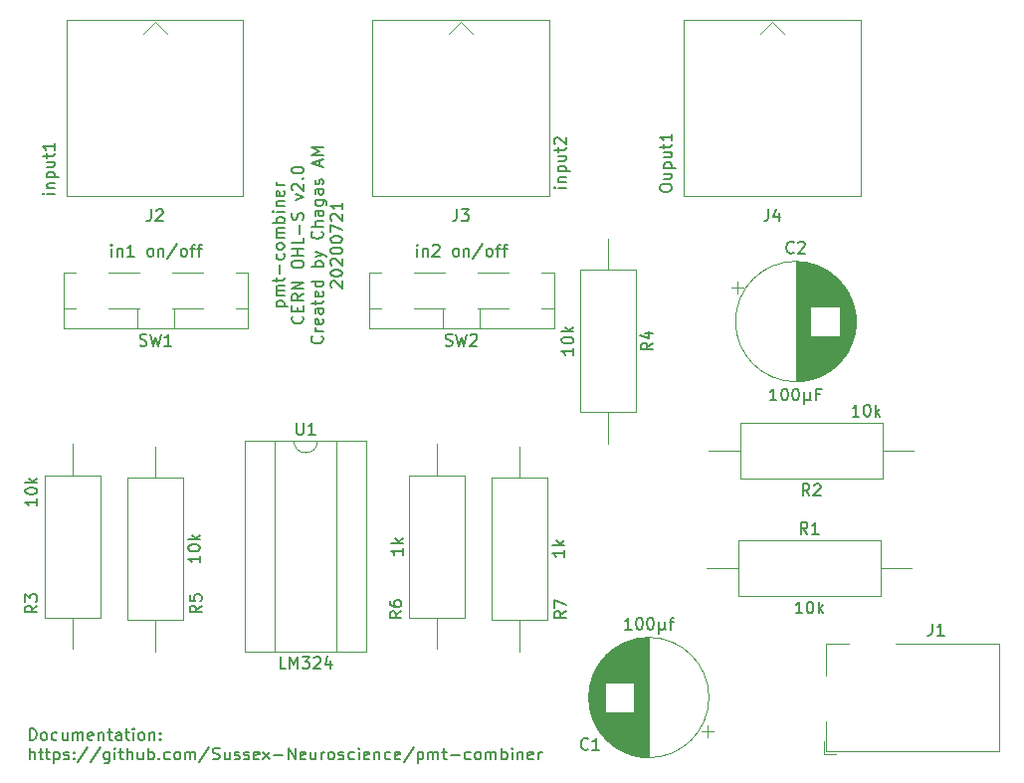
<source format=gbr>
%TF.GenerationSoftware,KiCad,Pcbnew,5.1.6-c6e7f7d~87~ubuntu20.04.1*%
%TF.CreationDate,2020-07-21T15:48:12+01:00*%
%TF.ProjectId,pmt_combiner,706d745f-636f-46d6-9269-6e65722e6b69,rev?*%
%TF.SameCoordinates,Original*%
%TF.FileFunction,Legend,Top*%
%TF.FilePolarity,Positive*%
%FSLAX46Y46*%
G04 Gerber Fmt 4.6, Leading zero omitted, Abs format (unit mm)*
G04 Created by KiCad (PCBNEW 5.1.6-c6e7f7d~87~ubuntu20.04.1) date 2020-07-21 15:48:12*
%MOMM*%
%LPD*%
G01*
G04 APERTURE LIST*
%ADD10C,0.150000*%
%ADD11C,0.120000*%
G04 APERTURE END LIST*
D10*
X114835595Y-97627380D02*
X114835595Y-96627380D01*
X115073690Y-96627380D01*
X115216547Y-96675000D01*
X115311785Y-96770238D01*
X115359404Y-96865476D01*
X115407023Y-97055952D01*
X115407023Y-97198809D01*
X115359404Y-97389285D01*
X115311785Y-97484523D01*
X115216547Y-97579761D01*
X115073690Y-97627380D01*
X114835595Y-97627380D01*
X115978452Y-97627380D02*
X115883214Y-97579761D01*
X115835595Y-97532142D01*
X115787976Y-97436904D01*
X115787976Y-97151190D01*
X115835595Y-97055952D01*
X115883214Y-97008333D01*
X115978452Y-96960714D01*
X116121309Y-96960714D01*
X116216547Y-97008333D01*
X116264166Y-97055952D01*
X116311785Y-97151190D01*
X116311785Y-97436904D01*
X116264166Y-97532142D01*
X116216547Y-97579761D01*
X116121309Y-97627380D01*
X115978452Y-97627380D01*
X117168928Y-97579761D02*
X117073690Y-97627380D01*
X116883214Y-97627380D01*
X116787976Y-97579761D01*
X116740357Y-97532142D01*
X116692738Y-97436904D01*
X116692738Y-97151190D01*
X116740357Y-97055952D01*
X116787976Y-97008333D01*
X116883214Y-96960714D01*
X117073690Y-96960714D01*
X117168928Y-97008333D01*
X118026071Y-96960714D02*
X118026071Y-97627380D01*
X117597500Y-96960714D02*
X117597500Y-97484523D01*
X117645119Y-97579761D01*
X117740357Y-97627380D01*
X117883214Y-97627380D01*
X117978452Y-97579761D01*
X118026071Y-97532142D01*
X118502261Y-97627380D02*
X118502261Y-96960714D01*
X118502261Y-97055952D02*
X118549880Y-97008333D01*
X118645119Y-96960714D01*
X118787976Y-96960714D01*
X118883214Y-97008333D01*
X118930833Y-97103571D01*
X118930833Y-97627380D01*
X118930833Y-97103571D02*
X118978452Y-97008333D01*
X119073690Y-96960714D01*
X119216547Y-96960714D01*
X119311785Y-97008333D01*
X119359404Y-97103571D01*
X119359404Y-97627380D01*
X120216547Y-97579761D02*
X120121309Y-97627380D01*
X119930833Y-97627380D01*
X119835595Y-97579761D01*
X119787976Y-97484523D01*
X119787976Y-97103571D01*
X119835595Y-97008333D01*
X119930833Y-96960714D01*
X120121309Y-96960714D01*
X120216547Y-97008333D01*
X120264166Y-97103571D01*
X120264166Y-97198809D01*
X119787976Y-97294047D01*
X120692738Y-96960714D02*
X120692738Y-97627380D01*
X120692738Y-97055952D02*
X120740357Y-97008333D01*
X120835595Y-96960714D01*
X120978452Y-96960714D01*
X121073690Y-97008333D01*
X121121309Y-97103571D01*
X121121309Y-97627380D01*
X121454642Y-96960714D02*
X121835595Y-96960714D01*
X121597500Y-96627380D02*
X121597500Y-97484523D01*
X121645119Y-97579761D01*
X121740357Y-97627380D01*
X121835595Y-97627380D01*
X122597500Y-97627380D02*
X122597500Y-97103571D01*
X122549880Y-97008333D01*
X122454642Y-96960714D01*
X122264166Y-96960714D01*
X122168928Y-97008333D01*
X122597500Y-97579761D02*
X122502261Y-97627380D01*
X122264166Y-97627380D01*
X122168928Y-97579761D01*
X122121309Y-97484523D01*
X122121309Y-97389285D01*
X122168928Y-97294047D01*
X122264166Y-97246428D01*
X122502261Y-97246428D01*
X122597500Y-97198809D01*
X122930833Y-96960714D02*
X123311785Y-96960714D01*
X123073690Y-96627380D02*
X123073690Y-97484523D01*
X123121309Y-97579761D01*
X123216547Y-97627380D01*
X123311785Y-97627380D01*
X123645119Y-97627380D02*
X123645119Y-96960714D01*
X123645119Y-96627380D02*
X123597500Y-96675000D01*
X123645119Y-96722619D01*
X123692738Y-96675000D01*
X123645119Y-96627380D01*
X123645119Y-96722619D01*
X124264166Y-97627380D02*
X124168928Y-97579761D01*
X124121309Y-97532142D01*
X124073690Y-97436904D01*
X124073690Y-97151190D01*
X124121309Y-97055952D01*
X124168928Y-97008333D01*
X124264166Y-96960714D01*
X124407023Y-96960714D01*
X124502261Y-97008333D01*
X124549880Y-97055952D01*
X124597500Y-97151190D01*
X124597500Y-97436904D01*
X124549880Y-97532142D01*
X124502261Y-97579761D01*
X124407023Y-97627380D01*
X124264166Y-97627380D01*
X125026071Y-96960714D02*
X125026071Y-97627380D01*
X125026071Y-97055952D02*
X125073690Y-97008333D01*
X125168928Y-96960714D01*
X125311785Y-96960714D01*
X125407023Y-97008333D01*
X125454642Y-97103571D01*
X125454642Y-97627380D01*
X125930833Y-97532142D02*
X125978452Y-97579761D01*
X125930833Y-97627380D01*
X125883214Y-97579761D01*
X125930833Y-97532142D01*
X125930833Y-97627380D01*
X125930833Y-97008333D02*
X125978452Y-97055952D01*
X125930833Y-97103571D01*
X125883214Y-97055952D01*
X125930833Y-97008333D01*
X125930833Y-97103571D01*
X114835595Y-99277380D02*
X114835595Y-98277380D01*
X115264166Y-99277380D02*
X115264166Y-98753571D01*
X115216547Y-98658333D01*
X115121309Y-98610714D01*
X114978452Y-98610714D01*
X114883214Y-98658333D01*
X114835595Y-98705952D01*
X115597500Y-98610714D02*
X115978452Y-98610714D01*
X115740357Y-98277380D02*
X115740357Y-99134523D01*
X115787976Y-99229761D01*
X115883214Y-99277380D01*
X115978452Y-99277380D01*
X116168928Y-98610714D02*
X116549880Y-98610714D01*
X116311785Y-98277380D02*
X116311785Y-99134523D01*
X116359404Y-99229761D01*
X116454642Y-99277380D01*
X116549880Y-99277380D01*
X116883214Y-98610714D02*
X116883214Y-99610714D01*
X116883214Y-98658333D02*
X116978452Y-98610714D01*
X117168928Y-98610714D01*
X117264166Y-98658333D01*
X117311785Y-98705952D01*
X117359404Y-98801190D01*
X117359404Y-99086904D01*
X117311785Y-99182142D01*
X117264166Y-99229761D01*
X117168928Y-99277380D01*
X116978452Y-99277380D01*
X116883214Y-99229761D01*
X117740357Y-99229761D02*
X117835595Y-99277380D01*
X118026071Y-99277380D01*
X118121309Y-99229761D01*
X118168928Y-99134523D01*
X118168928Y-99086904D01*
X118121309Y-98991666D01*
X118026071Y-98944047D01*
X117883214Y-98944047D01*
X117787976Y-98896428D01*
X117740357Y-98801190D01*
X117740357Y-98753571D01*
X117787976Y-98658333D01*
X117883214Y-98610714D01*
X118026071Y-98610714D01*
X118121309Y-98658333D01*
X118597500Y-99182142D02*
X118645119Y-99229761D01*
X118597500Y-99277380D01*
X118549880Y-99229761D01*
X118597500Y-99182142D01*
X118597500Y-99277380D01*
X118597500Y-98658333D02*
X118645119Y-98705952D01*
X118597500Y-98753571D01*
X118549880Y-98705952D01*
X118597500Y-98658333D01*
X118597500Y-98753571D01*
X119787976Y-98229761D02*
X118930833Y-99515476D01*
X120835595Y-98229761D02*
X119978452Y-99515476D01*
X121597500Y-98610714D02*
X121597500Y-99420238D01*
X121549880Y-99515476D01*
X121502261Y-99563095D01*
X121407023Y-99610714D01*
X121264166Y-99610714D01*
X121168928Y-99563095D01*
X121597500Y-99229761D02*
X121502261Y-99277380D01*
X121311785Y-99277380D01*
X121216547Y-99229761D01*
X121168928Y-99182142D01*
X121121309Y-99086904D01*
X121121309Y-98801190D01*
X121168928Y-98705952D01*
X121216547Y-98658333D01*
X121311785Y-98610714D01*
X121502261Y-98610714D01*
X121597500Y-98658333D01*
X122073690Y-99277380D02*
X122073690Y-98610714D01*
X122073690Y-98277380D02*
X122026071Y-98325000D01*
X122073690Y-98372619D01*
X122121309Y-98325000D01*
X122073690Y-98277380D01*
X122073690Y-98372619D01*
X122407023Y-98610714D02*
X122787976Y-98610714D01*
X122549880Y-98277380D02*
X122549880Y-99134523D01*
X122597500Y-99229761D01*
X122692738Y-99277380D01*
X122787976Y-99277380D01*
X123121309Y-99277380D02*
X123121309Y-98277380D01*
X123549880Y-99277380D02*
X123549880Y-98753571D01*
X123502261Y-98658333D01*
X123407023Y-98610714D01*
X123264166Y-98610714D01*
X123168928Y-98658333D01*
X123121309Y-98705952D01*
X124454642Y-98610714D02*
X124454642Y-99277380D01*
X124026071Y-98610714D02*
X124026071Y-99134523D01*
X124073690Y-99229761D01*
X124168928Y-99277380D01*
X124311785Y-99277380D01*
X124407023Y-99229761D01*
X124454642Y-99182142D01*
X124930833Y-99277380D02*
X124930833Y-98277380D01*
X124930833Y-98658333D02*
X125026071Y-98610714D01*
X125216547Y-98610714D01*
X125311785Y-98658333D01*
X125359404Y-98705952D01*
X125407023Y-98801190D01*
X125407023Y-99086904D01*
X125359404Y-99182142D01*
X125311785Y-99229761D01*
X125216547Y-99277380D01*
X125026071Y-99277380D01*
X124930833Y-99229761D01*
X125835595Y-99182142D02*
X125883214Y-99229761D01*
X125835595Y-99277380D01*
X125787976Y-99229761D01*
X125835595Y-99182142D01*
X125835595Y-99277380D01*
X126740357Y-99229761D02*
X126645119Y-99277380D01*
X126454642Y-99277380D01*
X126359404Y-99229761D01*
X126311785Y-99182142D01*
X126264166Y-99086904D01*
X126264166Y-98801190D01*
X126311785Y-98705952D01*
X126359404Y-98658333D01*
X126454642Y-98610714D01*
X126645119Y-98610714D01*
X126740357Y-98658333D01*
X127311785Y-99277380D02*
X127216547Y-99229761D01*
X127168928Y-99182142D01*
X127121309Y-99086904D01*
X127121309Y-98801190D01*
X127168928Y-98705952D01*
X127216547Y-98658333D01*
X127311785Y-98610714D01*
X127454642Y-98610714D01*
X127549880Y-98658333D01*
X127597500Y-98705952D01*
X127645119Y-98801190D01*
X127645119Y-99086904D01*
X127597500Y-99182142D01*
X127549880Y-99229761D01*
X127454642Y-99277380D01*
X127311785Y-99277380D01*
X128073690Y-99277380D02*
X128073690Y-98610714D01*
X128073690Y-98705952D02*
X128121309Y-98658333D01*
X128216547Y-98610714D01*
X128359404Y-98610714D01*
X128454642Y-98658333D01*
X128502261Y-98753571D01*
X128502261Y-99277380D01*
X128502261Y-98753571D02*
X128549880Y-98658333D01*
X128645119Y-98610714D01*
X128787976Y-98610714D01*
X128883214Y-98658333D01*
X128930833Y-98753571D01*
X128930833Y-99277380D01*
X130121309Y-98229761D02*
X129264166Y-99515476D01*
X130407023Y-99229761D02*
X130549880Y-99277380D01*
X130787976Y-99277380D01*
X130883214Y-99229761D01*
X130930833Y-99182142D01*
X130978452Y-99086904D01*
X130978452Y-98991666D01*
X130930833Y-98896428D01*
X130883214Y-98848809D01*
X130787976Y-98801190D01*
X130597500Y-98753571D01*
X130502261Y-98705952D01*
X130454642Y-98658333D01*
X130407023Y-98563095D01*
X130407023Y-98467857D01*
X130454642Y-98372619D01*
X130502261Y-98325000D01*
X130597500Y-98277380D01*
X130835595Y-98277380D01*
X130978452Y-98325000D01*
X131835595Y-98610714D02*
X131835595Y-99277380D01*
X131407023Y-98610714D02*
X131407023Y-99134523D01*
X131454642Y-99229761D01*
X131549880Y-99277380D01*
X131692738Y-99277380D01*
X131787976Y-99229761D01*
X131835595Y-99182142D01*
X132264166Y-99229761D02*
X132359404Y-99277380D01*
X132549880Y-99277380D01*
X132645119Y-99229761D01*
X132692738Y-99134523D01*
X132692738Y-99086904D01*
X132645119Y-98991666D01*
X132549880Y-98944047D01*
X132407023Y-98944047D01*
X132311785Y-98896428D01*
X132264166Y-98801190D01*
X132264166Y-98753571D01*
X132311785Y-98658333D01*
X132407023Y-98610714D01*
X132549880Y-98610714D01*
X132645119Y-98658333D01*
X133073690Y-99229761D02*
X133168928Y-99277380D01*
X133359404Y-99277380D01*
X133454642Y-99229761D01*
X133502261Y-99134523D01*
X133502261Y-99086904D01*
X133454642Y-98991666D01*
X133359404Y-98944047D01*
X133216547Y-98944047D01*
X133121309Y-98896428D01*
X133073690Y-98801190D01*
X133073690Y-98753571D01*
X133121309Y-98658333D01*
X133216547Y-98610714D01*
X133359404Y-98610714D01*
X133454642Y-98658333D01*
X134311785Y-99229761D02*
X134216547Y-99277380D01*
X134026071Y-99277380D01*
X133930833Y-99229761D01*
X133883214Y-99134523D01*
X133883214Y-98753571D01*
X133930833Y-98658333D01*
X134026071Y-98610714D01*
X134216547Y-98610714D01*
X134311785Y-98658333D01*
X134359404Y-98753571D01*
X134359404Y-98848809D01*
X133883214Y-98944047D01*
X134692738Y-99277380D02*
X135216547Y-98610714D01*
X134692738Y-98610714D02*
X135216547Y-99277380D01*
X135597500Y-98896428D02*
X136359404Y-98896428D01*
X136835595Y-99277380D02*
X136835595Y-98277380D01*
X137407023Y-99277380D01*
X137407023Y-98277380D01*
X138264166Y-99229761D02*
X138168928Y-99277380D01*
X137978452Y-99277380D01*
X137883214Y-99229761D01*
X137835595Y-99134523D01*
X137835595Y-98753571D01*
X137883214Y-98658333D01*
X137978452Y-98610714D01*
X138168928Y-98610714D01*
X138264166Y-98658333D01*
X138311785Y-98753571D01*
X138311785Y-98848809D01*
X137835595Y-98944047D01*
X139168928Y-98610714D02*
X139168928Y-99277380D01*
X138740357Y-98610714D02*
X138740357Y-99134523D01*
X138787976Y-99229761D01*
X138883214Y-99277380D01*
X139026071Y-99277380D01*
X139121309Y-99229761D01*
X139168928Y-99182142D01*
X139645119Y-99277380D02*
X139645119Y-98610714D01*
X139645119Y-98801190D02*
X139692738Y-98705952D01*
X139740357Y-98658333D01*
X139835595Y-98610714D01*
X139930833Y-98610714D01*
X140407023Y-99277380D02*
X140311785Y-99229761D01*
X140264166Y-99182142D01*
X140216547Y-99086904D01*
X140216547Y-98801190D01*
X140264166Y-98705952D01*
X140311785Y-98658333D01*
X140407023Y-98610714D01*
X140549880Y-98610714D01*
X140645119Y-98658333D01*
X140692738Y-98705952D01*
X140740357Y-98801190D01*
X140740357Y-99086904D01*
X140692738Y-99182142D01*
X140645119Y-99229761D01*
X140549880Y-99277380D01*
X140407023Y-99277380D01*
X141121309Y-99229761D02*
X141216547Y-99277380D01*
X141407023Y-99277380D01*
X141502261Y-99229761D01*
X141549880Y-99134523D01*
X141549880Y-99086904D01*
X141502261Y-98991666D01*
X141407023Y-98944047D01*
X141264166Y-98944047D01*
X141168928Y-98896428D01*
X141121309Y-98801190D01*
X141121309Y-98753571D01*
X141168928Y-98658333D01*
X141264166Y-98610714D01*
X141407023Y-98610714D01*
X141502261Y-98658333D01*
X142407023Y-99229761D02*
X142311785Y-99277380D01*
X142121309Y-99277380D01*
X142026071Y-99229761D01*
X141978452Y-99182142D01*
X141930833Y-99086904D01*
X141930833Y-98801190D01*
X141978452Y-98705952D01*
X142026071Y-98658333D01*
X142121309Y-98610714D01*
X142311785Y-98610714D01*
X142407023Y-98658333D01*
X142835595Y-99277380D02*
X142835595Y-98610714D01*
X142835595Y-98277380D02*
X142787976Y-98325000D01*
X142835595Y-98372619D01*
X142883214Y-98325000D01*
X142835595Y-98277380D01*
X142835595Y-98372619D01*
X143692738Y-99229761D02*
X143597500Y-99277380D01*
X143407023Y-99277380D01*
X143311785Y-99229761D01*
X143264166Y-99134523D01*
X143264166Y-98753571D01*
X143311785Y-98658333D01*
X143407023Y-98610714D01*
X143597500Y-98610714D01*
X143692738Y-98658333D01*
X143740357Y-98753571D01*
X143740357Y-98848809D01*
X143264166Y-98944047D01*
X144168928Y-98610714D02*
X144168928Y-99277380D01*
X144168928Y-98705952D02*
X144216547Y-98658333D01*
X144311785Y-98610714D01*
X144454642Y-98610714D01*
X144549880Y-98658333D01*
X144597500Y-98753571D01*
X144597500Y-99277380D01*
X145502261Y-99229761D02*
X145407023Y-99277380D01*
X145216547Y-99277380D01*
X145121309Y-99229761D01*
X145073690Y-99182142D01*
X145026071Y-99086904D01*
X145026071Y-98801190D01*
X145073690Y-98705952D01*
X145121309Y-98658333D01*
X145216547Y-98610714D01*
X145407023Y-98610714D01*
X145502261Y-98658333D01*
X146311785Y-99229761D02*
X146216547Y-99277380D01*
X146026071Y-99277380D01*
X145930833Y-99229761D01*
X145883214Y-99134523D01*
X145883214Y-98753571D01*
X145930833Y-98658333D01*
X146026071Y-98610714D01*
X146216547Y-98610714D01*
X146311785Y-98658333D01*
X146359404Y-98753571D01*
X146359404Y-98848809D01*
X145883214Y-98944047D01*
X147502261Y-98229761D02*
X146645119Y-99515476D01*
X147835595Y-98610714D02*
X147835595Y-99610714D01*
X147835595Y-98658333D02*
X147930833Y-98610714D01*
X148121309Y-98610714D01*
X148216547Y-98658333D01*
X148264166Y-98705952D01*
X148311785Y-98801190D01*
X148311785Y-99086904D01*
X148264166Y-99182142D01*
X148216547Y-99229761D01*
X148121309Y-99277380D01*
X147930833Y-99277380D01*
X147835595Y-99229761D01*
X148740357Y-99277380D02*
X148740357Y-98610714D01*
X148740357Y-98705952D02*
X148787976Y-98658333D01*
X148883214Y-98610714D01*
X149026071Y-98610714D01*
X149121309Y-98658333D01*
X149168928Y-98753571D01*
X149168928Y-99277380D01*
X149168928Y-98753571D02*
X149216547Y-98658333D01*
X149311785Y-98610714D01*
X149454642Y-98610714D01*
X149549880Y-98658333D01*
X149597500Y-98753571D01*
X149597500Y-99277380D01*
X149930833Y-98610714D02*
X150311785Y-98610714D01*
X150073690Y-98277380D02*
X150073690Y-99134523D01*
X150121309Y-99229761D01*
X150216547Y-99277380D01*
X150311785Y-99277380D01*
X150645119Y-98896428D02*
X151407023Y-98896428D01*
X152311785Y-99229761D02*
X152216547Y-99277380D01*
X152026071Y-99277380D01*
X151930833Y-99229761D01*
X151883214Y-99182142D01*
X151835595Y-99086904D01*
X151835595Y-98801190D01*
X151883214Y-98705952D01*
X151930833Y-98658333D01*
X152026071Y-98610714D01*
X152216547Y-98610714D01*
X152311785Y-98658333D01*
X152883214Y-99277380D02*
X152787976Y-99229761D01*
X152740357Y-99182142D01*
X152692738Y-99086904D01*
X152692738Y-98801190D01*
X152740357Y-98705952D01*
X152787976Y-98658333D01*
X152883214Y-98610714D01*
X153026071Y-98610714D01*
X153121309Y-98658333D01*
X153168928Y-98705952D01*
X153216547Y-98801190D01*
X153216547Y-99086904D01*
X153168928Y-99182142D01*
X153121309Y-99229761D01*
X153026071Y-99277380D01*
X152883214Y-99277380D01*
X153645119Y-99277380D02*
X153645119Y-98610714D01*
X153645119Y-98705952D02*
X153692738Y-98658333D01*
X153787976Y-98610714D01*
X153930833Y-98610714D01*
X154026071Y-98658333D01*
X154073690Y-98753571D01*
X154073690Y-99277380D01*
X154073690Y-98753571D02*
X154121309Y-98658333D01*
X154216547Y-98610714D01*
X154359404Y-98610714D01*
X154454642Y-98658333D01*
X154502261Y-98753571D01*
X154502261Y-99277380D01*
X154978452Y-99277380D02*
X154978452Y-98277380D01*
X154978452Y-98658333D02*
X155073690Y-98610714D01*
X155264166Y-98610714D01*
X155359404Y-98658333D01*
X155407023Y-98705952D01*
X155454642Y-98801190D01*
X155454642Y-99086904D01*
X155407023Y-99182142D01*
X155359404Y-99229761D01*
X155264166Y-99277380D01*
X155073690Y-99277380D01*
X154978452Y-99229761D01*
X155883214Y-99277380D02*
X155883214Y-98610714D01*
X155883214Y-98277380D02*
X155835595Y-98325000D01*
X155883214Y-98372619D01*
X155930833Y-98325000D01*
X155883214Y-98277380D01*
X155883214Y-98372619D01*
X156359404Y-98610714D02*
X156359404Y-99277380D01*
X156359404Y-98705952D02*
X156407023Y-98658333D01*
X156502261Y-98610714D01*
X156645119Y-98610714D01*
X156740357Y-98658333D01*
X156787976Y-98753571D01*
X156787976Y-99277380D01*
X157645119Y-99229761D02*
X157549880Y-99277380D01*
X157359404Y-99277380D01*
X157264166Y-99229761D01*
X157216547Y-99134523D01*
X157216547Y-98753571D01*
X157264166Y-98658333D01*
X157359404Y-98610714D01*
X157549880Y-98610714D01*
X157645119Y-98658333D01*
X157692738Y-98753571D01*
X157692738Y-98848809D01*
X157216547Y-98944047D01*
X158121309Y-99277380D02*
X158121309Y-98610714D01*
X158121309Y-98801190D02*
X158168928Y-98705952D01*
X158216547Y-98658333D01*
X158311785Y-98610714D01*
X158407023Y-98610714D01*
X135810714Y-60714285D02*
X136810714Y-60714285D01*
X135858333Y-60714285D02*
X135810714Y-60619047D01*
X135810714Y-60428571D01*
X135858333Y-60333333D01*
X135905952Y-60285714D01*
X136001190Y-60238095D01*
X136286904Y-60238095D01*
X136382142Y-60285714D01*
X136429761Y-60333333D01*
X136477380Y-60428571D01*
X136477380Y-60619047D01*
X136429761Y-60714285D01*
X136477380Y-59809523D02*
X135810714Y-59809523D01*
X135905952Y-59809523D02*
X135858333Y-59761904D01*
X135810714Y-59666666D01*
X135810714Y-59523809D01*
X135858333Y-59428571D01*
X135953571Y-59380952D01*
X136477380Y-59380952D01*
X135953571Y-59380952D02*
X135858333Y-59333333D01*
X135810714Y-59238095D01*
X135810714Y-59095238D01*
X135858333Y-59000000D01*
X135953571Y-58952380D01*
X136477380Y-58952380D01*
X135810714Y-58619047D02*
X135810714Y-58238095D01*
X135477380Y-58476190D02*
X136334523Y-58476190D01*
X136429761Y-58428571D01*
X136477380Y-58333333D01*
X136477380Y-58238095D01*
X136096428Y-57904761D02*
X136096428Y-57142857D01*
X136429761Y-56238095D02*
X136477380Y-56333333D01*
X136477380Y-56523809D01*
X136429761Y-56619047D01*
X136382142Y-56666666D01*
X136286904Y-56714285D01*
X136001190Y-56714285D01*
X135905952Y-56666666D01*
X135858333Y-56619047D01*
X135810714Y-56523809D01*
X135810714Y-56333333D01*
X135858333Y-56238095D01*
X136477380Y-55666666D02*
X136429761Y-55761904D01*
X136382142Y-55809523D01*
X136286904Y-55857142D01*
X136001190Y-55857142D01*
X135905952Y-55809523D01*
X135858333Y-55761904D01*
X135810714Y-55666666D01*
X135810714Y-55523809D01*
X135858333Y-55428571D01*
X135905952Y-55380952D01*
X136001190Y-55333333D01*
X136286904Y-55333333D01*
X136382142Y-55380952D01*
X136429761Y-55428571D01*
X136477380Y-55523809D01*
X136477380Y-55666666D01*
X136477380Y-54904761D02*
X135810714Y-54904761D01*
X135905952Y-54904761D02*
X135858333Y-54857142D01*
X135810714Y-54761904D01*
X135810714Y-54619047D01*
X135858333Y-54523809D01*
X135953571Y-54476190D01*
X136477380Y-54476190D01*
X135953571Y-54476190D02*
X135858333Y-54428571D01*
X135810714Y-54333333D01*
X135810714Y-54190476D01*
X135858333Y-54095238D01*
X135953571Y-54047619D01*
X136477380Y-54047619D01*
X136477380Y-53571428D02*
X135477380Y-53571428D01*
X135858333Y-53571428D02*
X135810714Y-53476190D01*
X135810714Y-53285714D01*
X135858333Y-53190476D01*
X135905952Y-53142857D01*
X136001190Y-53095238D01*
X136286904Y-53095238D01*
X136382142Y-53142857D01*
X136429761Y-53190476D01*
X136477380Y-53285714D01*
X136477380Y-53476190D01*
X136429761Y-53571428D01*
X136477380Y-52666666D02*
X135810714Y-52666666D01*
X135477380Y-52666666D02*
X135525000Y-52714285D01*
X135572619Y-52666666D01*
X135525000Y-52619047D01*
X135477380Y-52666666D01*
X135572619Y-52666666D01*
X135810714Y-52190476D02*
X136477380Y-52190476D01*
X135905952Y-52190476D02*
X135858333Y-52142857D01*
X135810714Y-52047619D01*
X135810714Y-51904761D01*
X135858333Y-51809523D01*
X135953571Y-51761904D01*
X136477380Y-51761904D01*
X136429761Y-50904761D02*
X136477380Y-51000000D01*
X136477380Y-51190476D01*
X136429761Y-51285714D01*
X136334523Y-51333333D01*
X135953571Y-51333333D01*
X135858333Y-51285714D01*
X135810714Y-51190476D01*
X135810714Y-51000000D01*
X135858333Y-50904761D01*
X135953571Y-50857142D01*
X136048809Y-50857142D01*
X136144047Y-51333333D01*
X136477380Y-50428571D02*
X135810714Y-50428571D01*
X136001190Y-50428571D02*
X135905952Y-50380952D01*
X135858333Y-50333333D01*
X135810714Y-50238095D01*
X135810714Y-50142857D01*
X138032142Y-61547619D02*
X138079761Y-61595238D01*
X138127380Y-61738095D01*
X138127380Y-61833333D01*
X138079761Y-61976190D01*
X137984523Y-62071428D01*
X137889285Y-62119047D01*
X137698809Y-62166666D01*
X137555952Y-62166666D01*
X137365476Y-62119047D01*
X137270238Y-62071428D01*
X137175000Y-61976190D01*
X137127380Y-61833333D01*
X137127380Y-61738095D01*
X137175000Y-61595238D01*
X137222619Y-61547619D01*
X137603571Y-61119047D02*
X137603571Y-60785714D01*
X138127380Y-60642857D02*
X138127380Y-61119047D01*
X137127380Y-61119047D01*
X137127380Y-60642857D01*
X138127380Y-59642857D02*
X137651190Y-59976190D01*
X138127380Y-60214285D02*
X137127380Y-60214285D01*
X137127380Y-59833333D01*
X137175000Y-59738095D01*
X137222619Y-59690476D01*
X137317857Y-59642857D01*
X137460714Y-59642857D01*
X137555952Y-59690476D01*
X137603571Y-59738095D01*
X137651190Y-59833333D01*
X137651190Y-60214285D01*
X138127380Y-59214285D02*
X137127380Y-59214285D01*
X138127380Y-58642857D01*
X137127380Y-58642857D01*
X137127380Y-57214285D02*
X137127380Y-57023809D01*
X137175000Y-56928571D01*
X137270238Y-56833333D01*
X137460714Y-56785714D01*
X137794047Y-56785714D01*
X137984523Y-56833333D01*
X138079761Y-56928571D01*
X138127380Y-57023809D01*
X138127380Y-57214285D01*
X138079761Y-57309523D01*
X137984523Y-57404761D01*
X137794047Y-57452380D01*
X137460714Y-57452380D01*
X137270238Y-57404761D01*
X137175000Y-57309523D01*
X137127380Y-57214285D01*
X138127380Y-56357142D02*
X137127380Y-56357142D01*
X137603571Y-56357142D02*
X137603571Y-55785714D01*
X138127380Y-55785714D02*
X137127380Y-55785714D01*
X138127380Y-54833333D02*
X138127380Y-55309523D01*
X137127380Y-55309523D01*
X137746428Y-54500000D02*
X137746428Y-53738095D01*
X138079761Y-53309523D02*
X138127380Y-53166666D01*
X138127380Y-52928571D01*
X138079761Y-52833333D01*
X138032142Y-52785714D01*
X137936904Y-52738095D01*
X137841666Y-52738095D01*
X137746428Y-52785714D01*
X137698809Y-52833333D01*
X137651190Y-52928571D01*
X137603571Y-53119047D01*
X137555952Y-53214285D01*
X137508333Y-53261904D01*
X137413095Y-53309523D01*
X137317857Y-53309523D01*
X137222619Y-53261904D01*
X137175000Y-53214285D01*
X137127380Y-53119047D01*
X137127380Y-52880952D01*
X137175000Y-52738095D01*
X137460714Y-51642857D02*
X138127380Y-51404761D01*
X137460714Y-51166666D01*
X137222619Y-50833333D02*
X137175000Y-50785714D01*
X137127380Y-50690476D01*
X137127380Y-50452380D01*
X137175000Y-50357142D01*
X137222619Y-50309523D01*
X137317857Y-50261904D01*
X137413095Y-50261904D01*
X137555952Y-50309523D01*
X138127380Y-50880952D01*
X138127380Y-50261904D01*
X138032142Y-49833333D02*
X138079761Y-49785714D01*
X138127380Y-49833333D01*
X138079761Y-49880952D01*
X138032142Y-49833333D01*
X138127380Y-49833333D01*
X137127380Y-49166666D02*
X137127380Y-49071428D01*
X137175000Y-48976190D01*
X137222619Y-48928571D01*
X137317857Y-48880952D01*
X137508333Y-48833333D01*
X137746428Y-48833333D01*
X137936904Y-48880952D01*
X138032142Y-48928571D01*
X138079761Y-48976190D01*
X138127380Y-49071428D01*
X138127380Y-49166666D01*
X138079761Y-49261904D01*
X138032142Y-49309523D01*
X137936904Y-49357142D01*
X137746428Y-49404761D01*
X137508333Y-49404761D01*
X137317857Y-49357142D01*
X137222619Y-49309523D01*
X137175000Y-49261904D01*
X137127380Y-49166666D01*
X139682142Y-63238095D02*
X139729761Y-63285714D01*
X139777380Y-63428571D01*
X139777380Y-63523809D01*
X139729761Y-63666666D01*
X139634523Y-63761904D01*
X139539285Y-63809523D01*
X139348809Y-63857142D01*
X139205952Y-63857142D01*
X139015476Y-63809523D01*
X138920238Y-63761904D01*
X138825000Y-63666666D01*
X138777380Y-63523809D01*
X138777380Y-63428571D01*
X138825000Y-63285714D01*
X138872619Y-63238095D01*
X139777380Y-62809523D02*
X139110714Y-62809523D01*
X139301190Y-62809523D02*
X139205952Y-62761904D01*
X139158333Y-62714285D01*
X139110714Y-62619047D01*
X139110714Y-62523809D01*
X139729761Y-61809523D02*
X139777380Y-61904761D01*
X139777380Y-62095238D01*
X139729761Y-62190476D01*
X139634523Y-62238095D01*
X139253571Y-62238095D01*
X139158333Y-62190476D01*
X139110714Y-62095238D01*
X139110714Y-61904761D01*
X139158333Y-61809523D01*
X139253571Y-61761904D01*
X139348809Y-61761904D01*
X139444047Y-62238095D01*
X139777380Y-60904761D02*
X139253571Y-60904761D01*
X139158333Y-60952380D01*
X139110714Y-61047619D01*
X139110714Y-61238095D01*
X139158333Y-61333333D01*
X139729761Y-60904761D02*
X139777380Y-61000000D01*
X139777380Y-61238095D01*
X139729761Y-61333333D01*
X139634523Y-61380952D01*
X139539285Y-61380952D01*
X139444047Y-61333333D01*
X139396428Y-61238095D01*
X139396428Y-61000000D01*
X139348809Y-60904761D01*
X139110714Y-60571428D02*
X139110714Y-60190476D01*
X138777380Y-60428571D02*
X139634523Y-60428571D01*
X139729761Y-60380952D01*
X139777380Y-60285714D01*
X139777380Y-60190476D01*
X139729761Y-59476190D02*
X139777380Y-59571428D01*
X139777380Y-59761904D01*
X139729761Y-59857142D01*
X139634523Y-59904761D01*
X139253571Y-59904761D01*
X139158333Y-59857142D01*
X139110714Y-59761904D01*
X139110714Y-59571428D01*
X139158333Y-59476190D01*
X139253571Y-59428571D01*
X139348809Y-59428571D01*
X139444047Y-59904761D01*
X139777380Y-58571428D02*
X138777380Y-58571428D01*
X139729761Y-58571428D02*
X139777380Y-58666666D01*
X139777380Y-58857142D01*
X139729761Y-58952380D01*
X139682142Y-59000000D01*
X139586904Y-59047619D01*
X139301190Y-59047619D01*
X139205952Y-59000000D01*
X139158333Y-58952380D01*
X139110714Y-58857142D01*
X139110714Y-58666666D01*
X139158333Y-58571428D01*
X139777380Y-57333333D02*
X138777380Y-57333333D01*
X139158333Y-57333333D02*
X139110714Y-57238095D01*
X139110714Y-57047619D01*
X139158333Y-56952380D01*
X139205952Y-56904761D01*
X139301190Y-56857142D01*
X139586904Y-56857142D01*
X139682142Y-56904761D01*
X139729761Y-56952380D01*
X139777380Y-57047619D01*
X139777380Y-57238095D01*
X139729761Y-57333333D01*
X139110714Y-56523809D02*
X139777380Y-56285714D01*
X139110714Y-56047619D02*
X139777380Y-56285714D01*
X140015476Y-56380952D01*
X140063095Y-56428571D01*
X140110714Y-56523809D01*
X139682142Y-54333333D02*
X139729761Y-54380952D01*
X139777380Y-54523809D01*
X139777380Y-54619047D01*
X139729761Y-54761904D01*
X139634523Y-54857142D01*
X139539285Y-54904761D01*
X139348809Y-54952380D01*
X139205952Y-54952380D01*
X139015476Y-54904761D01*
X138920238Y-54857142D01*
X138825000Y-54761904D01*
X138777380Y-54619047D01*
X138777380Y-54523809D01*
X138825000Y-54380952D01*
X138872619Y-54333333D01*
X139777380Y-53904761D02*
X138777380Y-53904761D01*
X139777380Y-53476190D02*
X139253571Y-53476190D01*
X139158333Y-53523809D01*
X139110714Y-53619047D01*
X139110714Y-53761904D01*
X139158333Y-53857142D01*
X139205952Y-53904761D01*
X139777380Y-52571428D02*
X139253571Y-52571428D01*
X139158333Y-52619047D01*
X139110714Y-52714285D01*
X139110714Y-52904761D01*
X139158333Y-53000000D01*
X139729761Y-52571428D02*
X139777380Y-52666666D01*
X139777380Y-52904761D01*
X139729761Y-53000000D01*
X139634523Y-53047619D01*
X139539285Y-53047619D01*
X139444047Y-53000000D01*
X139396428Y-52904761D01*
X139396428Y-52666666D01*
X139348809Y-52571428D01*
X139110714Y-51666666D02*
X139920238Y-51666666D01*
X140015476Y-51714285D01*
X140063095Y-51761904D01*
X140110714Y-51857142D01*
X140110714Y-52000000D01*
X140063095Y-52095238D01*
X139729761Y-51666666D02*
X139777380Y-51761904D01*
X139777380Y-51952380D01*
X139729761Y-52047619D01*
X139682142Y-52095238D01*
X139586904Y-52142857D01*
X139301190Y-52142857D01*
X139205952Y-52095238D01*
X139158333Y-52047619D01*
X139110714Y-51952380D01*
X139110714Y-51761904D01*
X139158333Y-51666666D01*
X139777380Y-50761904D02*
X139253571Y-50761904D01*
X139158333Y-50809523D01*
X139110714Y-50904761D01*
X139110714Y-51095238D01*
X139158333Y-51190476D01*
X139729761Y-50761904D02*
X139777380Y-50857142D01*
X139777380Y-51095238D01*
X139729761Y-51190476D01*
X139634523Y-51238095D01*
X139539285Y-51238095D01*
X139444047Y-51190476D01*
X139396428Y-51095238D01*
X139396428Y-50857142D01*
X139348809Y-50761904D01*
X139729761Y-50333333D02*
X139777380Y-50238095D01*
X139777380Y-50047619D01*
X139729761Y-49952380D01*
X139634523Y-49904761D01*
X139586904Y-49904761D01*
X139491666Y-49952380D01*
X139444047Y-50047619D01*
X139444047Y-50190476D01*
X139396428Y-50285714D01*
X139301190Y-50333333D01*
X139253571Y-50333333D01*
X139158333Y-50285714D01*
X139110714Y-50190476D01*
X139110714Y-50047619D01*
X139158333Y-49952380D01*
X139491666Y-48761904D02*
X139491666Y-48285714D01*
X139777380Y-48857142D02*
X138777380Y-48523809D01*
X139777380Y-48190476D01*
X139777380Y-47857142D02*
X138777380Y-47857142D01*
X139491666Y-47523809D01*
X138777380Y-47190476D01*
X139777380Y-47190476D01*
X140522619Y-59119047D02*
X140475000Y-59071428D01*
X140427380Y-58976190D01*
X140427380Y-58738095D01*
X140475000Y-58642857D01*
X140522619Y-58595238D01*
X140617857Y-58547619D01*
X140713095Y-58547619D01*
X140855952Y-58595238D01*
X141427380Y-59166666D01*
X141427380Y-58547619D01*
X140427380Y-57928571D02*
X140427380Y-57833333D01*
X140475000Y-57738095D01*
X140522619Y-57690476D01*
X140617857Y-57642857D01*
X140808333Y-57595238D01*
X141046428Y-57595238D01*
X141236904Y-57642857D01*
X141332142Y-57690476D01*
X141379761Y-57738095D01*
X141427380Y-57833333D01*
X141427380Y-57928571D01*
X141379761Y-58023809D01*
X141332142Y-58071428D01*
X141236904Y-58119047D01*
X141046428Y-58166666D01*
X140808333Y-58166666D01*
X140617857Y-58119047D01*
X140522619Y-58071428D01*
X140475000Y-58023809D01*
X140427380Y-57928571D01*
X140522619Y-57214285D02*
X140475000Y-57166666D01*
X140427380Y-57071428D01*
X140427380Y-56833333D01*
X140475000Y-56738095D01*
X140522619Y-56690476D01*
X140617857Y-56642857D01*
X140713095Y-56642857D01*
X140855952Y-56690476D01*
X141427380Y-57261904D01*
X141427380Y-56642857D01*
X140427380Y-56023809D02*
X140427380Y-55928571D01*
X140475000Y-55833333D01*
X140522619Y-55785714D01*
X140617857Y-55738095D01*
X140808333Y-55690476D01*
X141046428Y-55690476D01*
X141236904Y-55738095D01*
X141332142Y-55785714D01*
X141379761Y-55833333D01*
X141427380Y-55928571D01*
X141427380Y-56023809D01*
X141379761Y-56119047D01*
X141332142Y-56166666D01*
X141236904Y-56214285D01*
X141046428Y-56261904D01*
X140808333Y-56261904D01*
X140617857Y-56214285D01*
X140522619Y-56166666D01*
X140475000Y-56119047D01*
X140427380Y-56023809D01*
X140427380Y-55071428D02*
X140427380Y-54976190D01*
X140475000Y-54880952D01*
X140522619Y-54833333D01*
X140617857Y-54785714D01*
X140808333Y-54738095D01*
X141046428Y-54738095D01*
X141236904Y-54785714D01*
X141332142Y-54833333D01*
X141379761Y-54880952D01*
X141427380Y-54976190D01*
X141427380Y-55071428D01*
X141379761Y-55166666D01*
X141332142Y-55214285D01*
X141236904Y-55261904D01*
X141046428Y-55309523D01*
X140808333Y-55309523D01*
X140617857Y-55261904D01*
X140522619Y-55214285D01*
X140475000Y-55166666D01*
X140427380Y-55071428D01*
X140427380Y-54404761D02*
X140427380Y-53738095D01*
X141427380Y-54166666D01*
X140522619Y-53404761D02*
X140475000Y-53357142D01*
X140427380Y-53261904D01*
X140427380Y-53023809D01*
X140475000Y-52928571D01*
X140522619Y-52880952D01*
X140617857Y-52833333D01*
X140713095Y-52833333D01*
X140855952Y-52880952D01*
X141427380Y-53452380D01*
X141427380Y-52833333D01*
X141427380Y-51880952D02*
X141427380Y-52452380D01*
X141427380Y-52166666D02*
X140427380Y-52166666D01*
X140570238Y-52261904D01*
X140665476Y-52357142D01*
X140713095Y-52452380D01*
D11*
%TO.C,C1*%
X172620000Y-94000000D02*
G75*
G03*
X172620000Y-94000000I-5120000J0D01*
G01*
X167500000Y-99080000D02*
X167500000Y-88920000D01*
X167460000Y-99080000D02*
X167460000Y-88920000D01*
X167420000Y-99080000D02*
X167420000Y-88920000D01*
X167380000Y-99079000D02*
X167380000Y-88921000D01*
X167340000Y-99078000D02*
X167340000Y-88922000D01*
X167300000Y-99077000D02*
X167300000Y-88923000D01*
X167260000Y-99075000D02*
X167260000Y-88925000D01*
X167220000Y-99073000D02*
X167220000Y-88927000D01*
X167180000Y-99070000D02*
X167180000Y-88930000D01*
X167140000Y-99068000D02*
X167140000Y-88932000D01*
X167100000Y-99065000D02*
X167100000Y-88935000D01*
X167060000Y-99062000D02*
X167060000Y-88938000D01*
X167020000Y-99058000D02*
X167020000Y-88942000D01*
X166980000Y-99054000D02*
X166980000Y-88946000D01*
X166940000Y-99050000D02*
X166940000Y-88950000D01*
X166900000Y-99045000D02*
X166900000Y-88955000D01*
X166860000Y-99040000D02*
X166860000Y-88960000D01*
X166820000Y-99035000D02*
X166820000Y-88965000D01*
X166779000Y-99030000D02*
X166779000Y-88970000D01*
X166739000Y-99024000D02*
X166739000Y-88976000D01*
X166699000Y-99018000D02*
X166699000Y-88982000D01*
X166659000Y-99011000D02*
X166659000Y-88989000D01*
X166619000Y-99004000D02*
X166619000Y-88996000D01*
X166579000Y-98997000D02*
X166579000Y-89003000D01*
X166539000Y-98990000D02*
X166539000Y-89010000D01*
X166499000Y-98982000D02*
X166499000Y-89018000D01*
X166459000Y-98974000D02*
X166459000Y-89026000D01*
X166419000Y-98965000D02*
X166419000Y-89035000D01*
X166379000Y-98956000D02*
X166379000Y-89044000D01*
X166339000Y-98947000D02*
X166339000Y-89053000D01*
X166299000Y-98938000D02*
X166299000Y-89062000D01*
X166259000Y-98928000D02*
X166259000Y-89072000D01*
X166219000Y-98918000D02*
X166219000Y-95241000D01*
X166219000Y-92759000D02*
X166219000Y-89082000D01*
X166179000Y-98907000D02*
X166179000Y-95241000D01*
X166179000Y-92759000D02*
X166179000Y-89093000D01*
X166139000Y-98897000D02*
X166139000Y-95241000D01*
X166139000Y-92759000D02*
X166139000Y-89103000D01*
X166099000Y-98885000D02*
X166099000Y-95241000D01*
X166099000Y-92759000D02*
X166099000Y-89115000D01*
X166059000Y-98874000D02*
X166059000Y-95241000D01*
X166059000Y-92759000D02*
X166059000Y-89126000D01*
X166019000Y-98862000D02*
X166019000Y-95241000D01*
X166019000Y-92759000D02*
X166019000Y-89138000D01*
X165979000Y-98850000D02*
X165979000Y-95241000D01*
X165979000Y-92759000D02*
X165979000Y-89150000D01*
X165939000Y-98837000D02*
X165939000Y-95241000D01*
X165939000Y-92759000D02*
X165939000Y-89163000D01*
X165899000Y-98824000D02*
X165899000Y-95241000D01*
X165899000Y-92759000D02*
X165899000Y-89176000D01*
X165859000Y-98811000D02*
X165859000Y-95241000D01*
X165859000Y-92759000D02*
X165859000Y-89189000D01*
X165819000Y-98797000D02*
X165819000Y-95241000D01*
X165819000Y-92759000D02*
X165819000Y-89203000D01*
X165779000Y-98783000D02*
X165779000Y-95241000D01*
X165779000Y-92759000D02*
X165779000Y-89217000D01*
X165739000Y-98768000D02*
X165739000Y-95241000D01*
X165739000Y-92759000D02*
X165739000Y-89232000D01*
X165699000Y-98754000D02*
X165699000Y-95241000D01*
X165699000Y-92759000D02*
X165699000Y-89246000D01*
X165659000Y-98738000D02*
X165659000Y-95241000D01*
X165659000Y-92759000D02*
X165659000Y-89262000D01*
X165619000Y-98723000D02*
X165619000Y-95241000D01*
X165619000Y-92759000D02*
X165619000Y-89277000D01*
X165579000Y-98707000D02*
X165579000Y-95241000D01*
X165579000Y-92759000D02*
X165579000Y-89293000D01*
X165539000Y-98690000D02*
X165539000Y-95241000D01*
X165539000Y-92759000D02*
X165539000Y-89310000D01*
X165499000Y-98674000D02*
X165499000Y-95241000D01*
X165499000Y-92759000D02*
X165499000Y-89326000D01*
X165459000Y-98657000D02*
X165459000Y-95241000D01*
X165459000Y-92759000D02*
X165459000Y-89343000D01*
X165419000Y-98639000D02*
X165419000Y-95241000D01*
X165419000Y-92759000D02*
X165419000Y-89361000D01*
X165379000Y-98621000D02*
X165379000Y-95241000D01*
X165379000Y-92759000D02*
X165379000Y-89379000D01*
X165339000Y-98603000D02*
X165339000Y-95241000D01*
X165339000Y-92759000D02*
X165339000Y-89397000D01*
X165299000Y-98584000D02*
X165299000Y-95241000D01*
X165299000Y-92759000D02*
X165299000Y-89416000D01*
X165259000Y-98564000D02*
X165259000Y-95241000D01*
X165259000Y-92759000D02*
X165259000Y-89436000D01*
X165219000Y-98545000D02*
X165219000Y-95241000D01*
X165219000Y-92759000D02*
X165219000Y-89455000D01*
X165179000Y-98525000D02*
X165179000Y-95241000D01*
X165179000Y-92759000D02*
X165179000Y-89475000D01*
X165139000Y-98504000D02*
X165139000Y-95241000D01*
X165139000Y-92759000D02*
X165139000Y-89496000D01*
X165099000Y-98483000D02*
X165099000Y-95241000D01*
X165099000Y-92759000D02*
X165099000Y-89517000D01*
X165059000Y-98462000D02*
X165059000Y-95241000D01*
X165059000Y-92759000D02*
X165059000Y-89538000D01*
X165019000Y-98440000D02*
X165019000Y-95241000D01*
X165019000Y-92759000D02*
X165019000Y-89560000D01*
X164979000Y-98417000D02*
X164979000Y-95241000D01*
X164979000Y-92759000D02*
X164979000Y-89583000D01*
X164939000Y-98395000D02*
X164939000Y-95241000D01*
X164939000Y-92759000D02*
X164939000Y-89605000D01*
X164899000Y-98371000D02*
X164899000Y-95241000D01*
X164899000Y-92759000D02*
X164899000Y-89629000D01*
X164859000Y-98347000D02*
X164859000Y-95241000D01*
X164859000Y-92759000D02*
X164859000Y-89653000D01*
X164819000Y-98323000D02*
X164819000Y-95241000D01*
X164819000Y-92759000D02*
X164819000Y-89677000D01*
X164779000Y-98298000D02*
X164779000Y-95241000D01*
X164779000Y-92759000D02*
X164779000Y-89702000D01*
X164739000Y-98273000D02*
X164739000Y-95241000D01*
X164739000Y-92759000D02*
X164739000Y-89727000D01*
X164699000Y-98247000D02*
X164699000Y-95241000D01*
X164699000Y-92759000D02*
X164699000Y-89753000D01*
X164659000Y-98221000D02*
X164659000Y-95241000D01*
X164659000Y-92759000D02*
X164659000Y-89779000D01*
X164619000Y-98194000D02*
X164619000Y-95241000D01*
X164619000Y-92759000D02*
X164619000Y-89806000D01*
X164579000Y-98166000D02*
X164579000Y-95241000D01*
X164579000Y-92759000D02*
X164579000Y-89834000D01*
X164539000Y-98138000D02*
X164539000Y-95241000D01*
X164539000Y-92759000D02*
X164539000Y-89862000D01*
X164499000Y-98110000D02*
X164499000Y-95241000D01*
X164499000Y-92759000D02*
X164499000Y-89890000D01*
X164459000Y-98080000D02*
X164459000Y-95241000D01*
X164459000Y-92759000D02*
X164459000Y-89920000D01*
X164419000Y-98050000D02*
X164419000Y-95241000D01*
X164419000Y-92759000D02*
X164419000Y-89950000D01*
X164379000Y-98020000D02*
X164379000Y-95241000D01*
X164379000Y-92759000D02*
X164379000Y-89980000D01*
X164339000Y-97989000D02*
X164339000Y-95241000D01*
X164339000Y-92759000D02*
X164339000Y-90011000D01*
X164299000Y-97957000D02*
X164299000Y-95241000D01*
X164299000Y-92759000D02*
X164299000Y-90043000D01*
X164259000Y-97925000D02*
X164259000Y-95241000D01*
X164259000Y-92759000D02*
X164259000Y-90075000D01*
X164219000Y-97892000D02*
X164219000Y-95241000D01*
X164219000Y-92759000D02*
X164219000Y-90108000D01*
X164179000Y-97858000D02*
X164179000Y-95241000D01*
X164179000Y-92759000D02*
X164179000Y-90142000D01*
X164139000Y-97824000D02*
X164139000Y-95241000D01*
X164139000Y-92759000D02*
X164139000Y-90176000D01*
X164099000Y-97789000D02*
X164099000Y-95241000D01*
X164099000Y-92759000D02*
X164099000Y-90211000D01*
X164059000Y-97753000D02*
X164059000Y-95241000D01*
X164059000Y-92759000D02*
X164059000Y-90247000D01*
X164019000Y-97716000D02*
X164019000Y-95241000D01*
X164019000Y-92759000D02*
X164019000Y-90284000D01*
X163979000Y-97679000D02*
X163979000Y-95241000D01*
X163979000Y-92759000D02*
X163979000Y-90321000D01*
X163939000Y-97640000D02*
X163939000Y-95241000D01*
X163939000Y-92759000D02*
X163939000Y-90360000D01*
X163899000Y-97601000D02*
X163899000Y-95241000D01*
X163899000Y-92759000D02*
X163899000Y-90399000D01*
X163859000Y-97561000D02*
X163859000Y-95241000D01*
X163859000Y-92759000D02*
X163859000Y-90439000D01*
X163819000Y-97520000D02*
X163819000Y-95241000D01*
X163819000Y-92759000D02*
X163819000Y-90480000D01*
X163779000Y-97478000D02*
X163779000Y-95241000D01*
X163779000Y-92759000D02*
X163779000Y-90522000D01*
X163739000Y-97436000D02*
X163739000Y-90564000D01*
X163699000Y-97392000D02*
X163699000Y-90608000D01*
X163659000Y-97347000D02*
X163659000Y-90653000D01*
X163619000Y-97301000D02*
X163619000Y-90699000D01*
X163579000Y-97254000D02*
X163579000Y-90746000D01*
X163539000Y-97206000D02*
X163539000Y-90794000D01*
X163499000Y-97156000D02*
X163499000Y-90844000D01*
X163459000Y-97106000D02*
X163459000Y-90894000D01*
X163419000Y-97054000D02*
X163419000Y-90946000D01*
X163379000Y-97000000D02*
X163379000Y-91000000D01*
X163339000Y-96945000D02*
X163339000Y-91055000D01*
X163299000Y-96889000D02*
X163299000Y-91111000D01*
X163259000Y-96830000D02*
X163259000Y-91170000D01*
X163219000Y-96770000D02*
X163219000Y-91230000D01*
X163179000Y-96709000D02*
X163179000Y-91291000D01*
X163139000Y-96645000D02*
X163139000Y-91355000D01*
X163099000Y-96579000D02*
X163099000Y-91421000D01*
X163059000Y-96510000D02*
X163059000Y-91490000D01*
X163019000Y-96439000D02*
X163019000Y-91561000D01*
X162979000Y-96365000D02*
X162979000Y-91635000D01*
X162939000Y-96289000D02*
X162939000Y-91711000D01*
X162899000Y-96209000D02*
X162899000Y-91791000D01*
X162859000Y-96125000D02*
X162859000Y-91875000D01*
X162819000Y-96037000D02*
X162819000Y-91963000D01*
X162779000Y-95944000D02*
X162779000Y-92056000D01*
X162739000Y-95846000D02*
X162739000Y-92154000D01*
X162699000Y-95742000D02*
X162699000Y-92258000D01*
X162659000Y-95630000D02*
X162659000Y-92370000D01*
X162619000Y-95510000D02*
X162619000Y-92490000D01*
X162579000Y-95378000D02*
X162579000Y-92622000D01*
X162539000Y-95230000D02*
X162539000Y-92770000D01*
X162499000Y-95062000D02*
X162499000Y-92938000D01*
X162459000Y-94862000D02*
X162459000Y-93138000D01*
X162419000Y-94599000D02*
X162419000Y-93401000D01*
X172979646Y-96875000D02*
X171979646Y-96875000D01*
X172479646Y-97375000D02*
X172479646Y-96375000D01*
%TO.C,C2*%
X175020354Y-58625000D02*
X175020354Y-59625000D01*
X174520354Y-59125000D02*
X175520354Y-59125000D01*
X185081000Y-61401000D02*
X185081000Y-62599000D01*
X185041000Y-61138000D02*
X185041000Y-62862000D01*
X185001000Y-60938000D02*
X185001000Y-63062000D01*
X184961000Y-60770000D02*
X184961000Y-63230000D01*
X184921000Y-60622000D02*
X184921000Y-63378000D01*
X184881000Y-60490000D02*
X184881000Y-63510000D01*
X184841000Y-60370000D02*
X184841000Y-63630000D01*
X184801000Y-60258000D02*
X184801000Y-63742000D01*
X184761000Y-60154000D02*
X184761000Y-63846000D01*
X184721000Y-60056000D02*
X184721000Y-63944000D01*
X184681000Y-59963000D02*
X184681000Y-64037000D01*
X184641000Y-59875000D02*
X184641000Y-64125000D01*
X184601000Y-59791000D02*
X184601000Y-64209000D01*
X184561000Y-59711000D02*
X184561000Y-64289000D01*
X184521000Y-59635000D02*
X184521000Y-64365000D01*
X184481000Y-59561000D02*
X184481000Y-64439000D01*
X184441000Y-59490000D02*
X184441000Y-64510000D01*
X184401000Y-59421000D02*
X184401000Y-64579000D01*
X184361000Y-59355000D02*
X184361000Y-64645000D01*
X184321000Y-59291000D02*
X184321000Y-64709000D01*
X184281000Y-59230000D02*
X184281000Y-64770000D01*
X184241000Y-59170000D02*
X184241000Y-64830000D01*
X184201000Y-59111000D02*
X184201000Y-64889000D01*
X184161000Y-59055000D02*
X184161000Y-64945000D01*
X184121000Y-59000000D02*
X184121000Y-65000000D01*
X184081000Y-58946000D02*
X184081000Y-65054000D01*
X184041000Y-58894000D02*
X184041000Y-65106000D01*
X184001000Y-58844000D02*
X184001000Y-65156000D01*
X183961000Y-58794000D02*
X183961000Y-65206000D01*
X183921000Y-58746000D02*
X183921000Y-65254000D01*
X183881000Y-58699000D02*
X183881000Y-65301000D01*
X183841000Y-58653000D02*
X183841000Y-65347000D01*
X183801000Y-58608000D02*
X183801000Y-65392000D01*
X183761000Y-58564000D02*
X183761000Y-65436000D01*
X183721000Y-63241000D02*
X183721000Y-65478000D01*
X183721000Y-58522000D02*
X183721000Y-60759000D01*
X183681000Y-63241000D02*
X183681000Y-65520000D01*
X183681000Y-58480000D02*
X183681000Y-60759000D01*
X183641000Y-63241000D02*
X183641000Y-65561000D01*
X183641000Y-58439000D02*
X183641000Y-60759000D01*
X183601000Y-63241000D02*
X183601000Y-65601000D01*
X183601000Y-58399000D02*
X183601000Y-60759000D01*
X183561000Y-63241000D02*
X183561000Y-65640000D01*
X183561000Y-58360000D02*
X183561000Y-60759000D01*
X183521000Y-63241000D02*
X183521000Y-65679000D01*
X183521000Y-58321000D02*
X183521000Y-60759000D01*
X183481000Y-63241000D02*
X183481000Y-65716000D01*
X183481000Y-58284000D02*
X183481000Y-60759000D01*
X183441000Y-63241000D02*
X183441000Y-65753000D01*
X183441000Y-58247000D02*
X183441000Y-60759000D01*
X183401000Y-63241000D02*
X183401000Y-65789000D01*
X183401000Y-58211000D02*
X183401000Y-60759000D01*
X183361000Y-63241000D02*
X183361000Y-65824000D01*
X183361000Y-58176000D02*
X183361000Y-60759000D01*
X183321000Y-63241000D02*
X183321000Y-65858000D01*
X183321000Y-58142000D02*
X183321000Y-60759000D01*
X183281000Y-63241000D02*
X183281000Y-65892000D01*
X183281000Y-58108000D02*
X183281000Y-60759000D01*
X183241000Y-63241000D02*
X183241000Y-65925000D01*
X183241000Y-58075000D02*
X183241000Y-60759000D01*
X183201000Y-63241000D02*
X183201000Y-65957000D01*
X183201000Y-58043000D02*
X183201000Y-60759000D01*
X183161000Y-63241000D02*
X183161000Y-65989000D01*
X183161000Y-58011000D02*
X183161000Y-60759000D01*
X183121000Y-63241000D02*
X183121000Y-66020000D01*
X183121000Y-57980000D02*
X183121000Y-60759000D01*
X183081000Y-63241000D02*
X183081000Y-66050000D01*
X183081000Y-57950000D02*
X183081000Y-60759000D01*
X183041000Y-63241000D02*
X183041000Y-66080000D01*
X183041000Y-57920000D02*
X183041000Y-60759000D01*
X183001000Y-63241000D02*
X183001000Y-66110000D01*
X183001000Y-57890000D02*
X183001000Y-60759000D01*
X182961000Y-63241000D02*
X182961000Y-66138000D01*
X182961000Y-57862000D02*
X182961000Y-60759000D01*
X182921000Y-63241000D02*
X182921000Y-66166000D01*
X182921000Y-57834000D02*
X182921000Y-60759000D01*
X182881000Y-63241000D02*
X182881000Y-66194000D01*
X182881000Y-57806000D02*
X182881000Y-60759000D01*
X182841000Y-63241000D02*
X182841000Y-66221000D01*
X182841000Y-57779000D02*
X182841000Y-60759000D01*
X182801000Y-63241000D02*
X182801000Y-66247000D01*
X182801000Y-57753000D02*
X182801000Y-60759000D01*
X182761000Y-63241000D02*
X182761000Y-66273000D01*
X182761000Y-57727000D02*
X182761000Y-60759000D01*
X182721000Y-63241000D02*
X182721000Y-66298000D01*
X182721000Y-57702000D02*
X182721000Y-60759000D01*
X182681000Y-63241000D02*
X182681000Y-66323000D01*
X182681000Y-57677000D02*
X182681000Y-60759000D01*
X182641000Y-63241000D02*
X182641000Y-66347000D01*
X182641000Y-57653000D02*
X182641000Y-60759000D01*
X182601000Y-63241000D02*
X182601000Y-66371000D01*
X182601000Y-57629000D02*
X182601000Y-60759000D01*
X182561000Y-63241000D02*
X182561000Y-66395000D01*
X182561000Y-57605000D02*
X182561000Y-60759000D01*
X182521000Y-63241000D02*
X182521000Y-66417000D01*
X182521000Y-57583000D02*
X182521000Y-60759000D01*
X182481000Y-63241000D02*
X182481000Y-66440000D01*
X182481000Y-57560000D02*
X182481000Y-60759000D01*
X182441000Y-63241000D02*
X182441000Y-66462000D01*
X182441000Y-57538000D02*
X182441000Y-60759000D01*
X182401000Y-63241000D02*
X182401000Y-66483000D01*
X182401000Y-57517000D02*
X182401000Y-60759000D01*
X182361000Y-63241000D02*
X182361000Y-66504000D01*
X182361000Y-57496000D02*
X182361000Y-60759000D01*
X182321000Y-63241000D02*
X182321000Y-66525000D01*
X182321000Y-57475000D02*
X182321000Y-60759000D01*
X182281000Y-63241000D02*
X182281000Y-66545000D01*
X182281000Y-57455000D02*
X182281000Y-60759000D01*
X182241000Y-63241000D02*
X182241000Y-66564000D01*
X182241000Y-57436000D02*
X182241000Y-60759000D01*
X182201000Y-63241000D02*
X182201000Y-66584000D01*
X182201000Y-57416000D02*
X182201000Y-60759000D01*
X182161000Y-63241000D02*
X182161000Y-66603000D01*
X182161000Y-57397000D02*
X182161000Y-60759000D01*
X182121000Y-63241000D02*
X182121000Y-66621000D01*
X182121000Y-57379000D02*
X182121000Y-60759000D01*
X182081000Y-63241000D02*
X182081000Y-66639000D01*
X182081000Y-57361000D02*
X182081000Y-60759000D01*
X182041000Y-63241000D02*
X182041000Y-66657000D01*
X182041000Y-57343000D02*
X182041000Y-60759000D01*
X182001000Y-63241000D02*
X182001000Y-66674000D01*
X182001000Y-57326000D02*
X182001000Y-60759000D01*
X181961000Y-63241000D02*
X181961000Y-66690000D01*
X181961000Y-57310000D02*
X181961000Y-60759000D01*
X181921000Y-63241000D02*
X181921000Y-66707000D01*
X181921000Y-57293000D02*
X181921000Y-60759000D01*
X181881000Y-63241000D02*
X181881000Y-66723000D01*
X181881000Y-57277000D02*
X181881000Y-60759000D01*
X181841000Y-63241000D02*
X181841000Y-66738000D01*
X181841000Y-57262000D02*
X181841000Y-60759000D01*
X181801000Y-63241000D02*
X181801000Y-66754000D01*
X181801000Y-57246000D02*
X181801000Y-60759000D01*
X181761000Y-63241000D02*
X181761000Y-66768000D01*
X181761000Y-57232000D02*
X181761000Y-60759000D01*
X181721000Y-63241000D02*
X181721000Y-66783000D01*
X181721000Y-57217000D02*
X181721000Y-60759000D01*
X181681000Y-63241000D02*
X181681000Y-66797000D01*
X181681000Y-57203000D02*
X181681000Y-60759000D01*
X181641000Y-63241000D02*
X181641000Y-66811000D01*
X181641000Y-57189000D02*
X181641000Y-60759000D01*
X181601000Y-63241000D02*
X181601000Y-66824000D01*
X181601000Y-57176000D02*
X181601000Y-60759000D01*
X181561000Y-63241000D02*
X181561000Y-66837000D01*
X181561000Y-57163000D02*
X181561000Y-60759000D01*
X181521000Y-63241000D02*
X181521000Y-66850000D01*
X181521000Y-57150000D02*
X181521000Y-60759000D01*
X181481000Y-63241000D02*
X181481000Y-66862000D01*
X181481000Y-57138000D02*
X181481000Y-60759000D01*
X181441000Y-63241000D02*
X181441000Y-66874000D01*
X181441000Y-57126000D02*
X181441000Y-60759000D01*
X181401000Y-63241000D02*
X181401000Y-66885000D01*
X181401000Y-57115000D02*
X181401000Y-60759000D01*
X181361000Y-63241000D02*
X181361000Y-66897000D01*
X181361000Y-57103000D02*
X181361000Y-60759000D01*
X181321000Y-63241000D02*
X181321000Y-66907000D01*
X181321000Y-57093000D02*
X181321000Y-60759000D01*
X181281000Y-63241000D02*
X181281000Y-66918000D01*
X181281000Y-57082000D02*
X181281000Y-60759000D01*
X181241000Y-57072000D02*
X181241000Y-66928000D01*
X181201000Y-57062000D02*
X181201000Y-66938000D01*
X181161000Y-57053000D02*
X181161000Y-66947000D01*
X181121000Y-57044000D02*
X181121000Y-66956000D01*
X181081000Y-57035000D02*
X181081000Y-66965000D01*
X181041000Y-57026000D02*
X181041000Y-66974000D01*
X181001000Y-57018000D02*
X181001000Y-66982000D01*
X180961000Y-57010000D02*
X180961000Y-66990000D01*
X180921000Y-57003000D02*
X180921000Y-66997000D01*
X180881000Y-56996000D02*
X180881000Y-67004000D01*
X180841000Y-56989000D02*
X180841000Y-67011000D01*
X180801000Y-56982000D02*
X180801000Y-67018000D01*
X180761000Y-56976000D02*
X180761000Y-67024000D01*
X180721000Y-56970000D02*
X180721000Y-67030000D01*
X180680000Y-56965000D02*
X180680000Y-67035000D01*
X180640000Y-56960000D02*
X180640000Y-67040000D01*
X180600000Y-56955000D02*
X180600000Y-67045000D01*
X180560000Y-56950000D02*
X180560000Y-67050000D01*
X180520000Y-56946000D02*
X180520000Y-67054000D01*
X180480000Y-56942000D02*
X180480000Y-67058000D01*
X180440000Y-56938000D02*
X180440000Y-67062000D01*
X180400000Y-56935000D02*
X180400000Y-67065000D01*
X180360000Y-56932000D02*
X180360000Y-67068000D01*
X180320000Y-56930000D02*
X180320000Y-67070000D01*
X180280000Y-56927000D02*
X180280000Y-67073000D01*
X180240000Y-56925000D02*
X180240000Y-67075000D01*
X180200000Y-56923000D02*
X180200000Y-67077000D01*
X180160000Y-56922000D02*
X180160000Y-67078000D01*
X180120000Y-56921000D02*
X180120000Y-67079000D01*
X180080000Y-56920000D02*
X180080000Y-67080000D01*
X180040000Y-56920000D02*
X180040000Y-67080000D01*
X180000000Y-56920000D02*
X180000000Y-67080000D01*
X185120000Y-62000000D02*
G75*
G03*
X185120000Y-62000000I-5120000J0D01*
G01*
%TO.C,J1*%
X182400000Y-97750000D02*
X182400000Y-98800000D01*
X183450000Y-98800000D02*
X182400000Y-98800000D01*
X188500000Y-89400000D02*
X197300000Y-89400000D01*
X197300000Y-89400000D02*
X197300000Y-98600000D01*
X182600000Y-92100000D02*
X182600000Y-89400000D01*
X182600000Y-89400000D02*
X184500000Y-89400000D01*
X197300000Y-98600000D02*
X182600000Y-98600000D01*
X182600000Y-98600000D02*
X182600000Y-96000000D01*
%TO.C,J2*%
X125500000Y-36500000D02*
X126500000Y-37500000D01*
X125500000Y-36500000D02*
X124500000Y-37500000D01*
X118000000Y-51300000D02*
X118000000Y-36300000D01*
X133000000Y-51300000D02*
X118000000Y-51300000D01*
X133000000Y-36300000D02*
X133000000Y-51300000D01*
X118000000Y-36300000D02*
X133000000Y-36300000D01*
%TO.C,J3*%
X144000000Y-36300000D02*
X159000000Y-36300000D01*
X159000000Y-36300000D02*
X159000000Y-51300000D01*
X159000000Y-51300000D02*
X144000000Y-51300000D01*
X144000000Y-51300000D02*
X144000000Y-36300000D01*
X151500000Y-36500000D02*
X150500000Y-37500000D01*
X151500000Y-36500000D02*
X152500000Y-37500000D01*
%TO.C,J4*%
X170500000Y-36300000D02*
X185500000Y-36300000D01*
X185500000Y-36300000D02*
X185500000Y-51300000D01*
X185500000Y-51300000D02*
X170500000Y-51300000D01*
X170500000Y-51300000D02*
X170500000Y-36300000D01*
X178000000Y-36500000D02*
X177000000Y-37500000D01*
X178000000Y-36500000D02*
X179000000Y-37500000D01*
%TO.C,R1*%
X175090000Y-80630000D02*
X175090000Y-85370000D01*
X175090000Y-85370000D02*
X187230000Y-85370000D01*
X187230000Y-85370000D02*
X187230000Y-80630000D01*
X187230000Y-80630000D02*
X175090000Y-80630000D01*
X172440000Y-83000000D02*
X175090000Y-83000000D01*
X189880000Y-83000000D02*
X187230000Y-83000000D01*
%TO.C,R2*%
X172620000Y-73000000D02*
X175270000Y-73000000D01*
X190060000Y-73000000D02*
X187410000Y-73000000D01*
X175270000Y-75370000D02*
X187410000Y-75370000D01*
X175270000Y-70630000D02*
X175270000Y-75370000D01*
X187410000Y-70630000D02*
X175270000Y-70630000D01*
X187410000Y-75370000D02*
X187410000Y-70630000D01*
%TO.C,R3*%
X118500000Y-89880000D02*
X118500000Y-87230000D01*
X118500000Y-72440000D02*
X118500000Y-75090000D01*
X120870000Y-87230000D02*
X120870000Y-75090000D01*
X116130000Y-87230000D02*
X120870000Y-87230000D01*
X116130000Y-75090000D02*
X116130000Y-87230000D01*
X120870000Y-75090000D02*
X116130000Y-75090000D01*
%TO.C,R4*%
X166370000Y-57590000D02*
X161630000Y-57590000D01*
X161630000Y-57590000D02*
X161630000Y-69730000D01*
X161630000Y-69730000D02*
X166370000Y-69730000D01*
X166370000Y-69730000D02*
X166370000Y-57590000D01*
X164000000Y-54940000D02*
X164000000Y-57590000D01*
X164000000Y-72380000D02*
X164000000Y-69730000D01*
%TO.C,R5*%
X123130000Y-87410000D02*
X127870000Y-87410000D01*
X127870000Y-87410000D02*
X127870000Y-75270000D01*
X127870000Y-75270000D02*
X123130000Y-75270000D01*
X123130000Y-75270000D02*
X123130000Y-87410000D01*
X125500000Y-90060000D02*
X125500000Y-87410000D01*
X125500000Y-72620000D02*
X125500000Y-75270000D01*
%TO.C,R6*%
X151870000Y-75090000D02*
X147130000Y-75090000D01*
X147130000Y-75090000D02*
X147130000Y-87230000D01*
X147130000Y-87230000D02*
X151870000Y-87230000D01*
X151870000Y-87230000D02*
X151870000Y-75090000D01*
X149500000Y-72440000D02*
X149500000Y-75090000D01*
X149500000Y-89880000D02*
X149500000Y-87230000D01*
%TO.C,R7*%
X156500000Y-72620000D02*
X156500000Y-75270000D01*
X156500000Y-90060000D02*
X156500000Y-87410000D01*
X154130000Y-75270000D02*
X154130000Y-87410000D01*
X158870000Y-75270000D02*
X154130000Y-75270000D01*
X158870000Y-87410000D02*
X158870000Y-75270000D01*
X154130000Y-87410000D02*
X158870000Y-87410000D01*
%TO.C,SW1*%
X133420000Y-62620000D02*
X117680000Y-62620000D01*
X133420000Y-57880000D02*
X132400000Y-57880000D01*
X129600000Y-57880000D02*
X126949000Y-57880000D01*
X124150000Y-57880000D02*
X121500000Y-57880000D01*
X118700000Y-57880000D02*
X117680000Y-57880000D01*
X133420000Y-62620000D02*
X133420000Y-57880000D01*
X117680000Y-62620000D02*
X117680000Y-57880000D01*
X133420000Y-60880000D02*
X132400000Y-60880000D01*
X129600000Y-60880000D02*
X126949000Y-60880000D01*
X124150000Y-60880000D02*
X121500000Y-60880000D01*
X118700000Y-60880000D02*
X117680000Y-60880000D01*
X127150000Y-62620000D02*
X127150000Y-60880000D01*
X123949000Y-62620000D02*
X123949000Y-60880000D01*
%TO.C,SW2*%
X149949000Y-62620000D02*
X149949000Y-60880000D01*
X153150000Y-62620000D02*
X153150000Y-60880000D01*
X144700000Y-60880000D02*
X143680000Y-60880000D01*
X150150000Y-60880000D02*
X147500000Y-60880000D01*
X155600000Y-60880000D02*
X152949000Y-60880000D01*
X159420000Y-60880000D02*
X158400000Y-60880000D01*
X143680000Y-62620000D02*
X143680000Y-57880000D01*
X159420000Y-62620000D02*
X159420000Y-57880000D01*
X144700000Y-57880000D02*
X143680000Y-57880000D01*
X150150000Y-57880000D02*
X147500000Y-57880000D01*
X155600000Y-57880000D02*
X152949000Y-57880000D01*
X159420000Y-57880000D02*
X158400000Y-57880000D01*
X159420000Y-62620000D02*
X143680000Y-62620000D01*
%TO.C,U1*%
X137310000Y-72170000D02*
X135660000Y-72170000D01*
X135660000Y-72170000D02*
X135660000Y-90070000D01*
X135660000Y-90070000D02*
X140960000Y-90070000D01*
X140960000Y-90070000D02*
X140960000Y-72170000D01*
X140960000Y-72170000D02*
X139310000Y-72170000D01*
X133170000Y-72110000D02*
X133170000Y-90130000D01*
X133170000Y-90130000D02*
X143450000Y-90130000D01*
X143450000Y-90130000D02*
X143450000Y-72110000D01*
X143450000Y-72110000D02*
X133170000Y-72110000D01*
X139310000Y-72170000D02*
G75*
G02*
X137310000Y-72170000I-1000000J0D01*
G01*
%TO.C,C1*%
D10*
X162333333Y-98357142D02*
X162285714Y-98404761D01*
X162142857Y-98452380D01*
X162047619Y-98452380D01*
X161904761Y-98404761D01*
X161809523Y-98309523D01*
X161761904Y-98214285D01*
X161714285Y-98023809D01*
X161714285Y-97880952D01*
X161761904Y-97690476D01*
X161809523Y-97595238D01*
X161904761Y-97500000D01*
X162047619Y-97452380D01*
X162142857Y-97452380D01*
X162285714Y-97500000D01*
X162333333Y-97547619D01*
X163285714Y-98452380D02*
X162714285Y-98452380D01*
X163000000Y-98452380D02*
X163000000Y-97452380D01*
X162904761Y-97595238D01*
X162809523Y-97690476D01*
X162714285Y-97738095D01*
X166023809Y-88202380D02*
X165452380Y-88202380D01*
X165738095Y-88202380D02*
X165738095Y-87202380D01*
X165642857Y-87345238D01*
X165547619Y-87440476D01*
X165452380Y-87488095D01*
X166642857Y-87202380D02*
X166738095Y-87202380D01*
X166833333Y-87250000D01*
X166880952Y-87297619D01*
X166928571Y-87392857D01*
X166976190Y-87583333D01*
X166976190Y-87821428D01*
X166928571Y-88011904D01*
X166880952Y-88107142D01*
X166833333Y-88154761D01*
X166738095Y-88202380D01*
X166642857Y-88202380D01*
X166547619Y-88154761D01*
X166500000Y-88107142D01*
X166452380Y-88011904D01*
X166404761Y-87821428D01*
X166404761Y-87583333D01*
X166452380Y-87392857D01*
X166500000Y-87297619D01*
X166547619Y-87250000D01*
X166642857Y-87202380D01*
X167595238Y-87202380D02*
X167690476Y-87202380D01*
X167785714Y-87250000D01*
X167833333Y-87297619D01*
X167880952Y-87392857D01*
X167928571Y-87583333D01*
X167928571Y-87821428D01*
X167880952Y-88011904D01*
X167833333Y-88107142D01*
X167785714Y-88154761D01*
X167690476Y-88202380D01*
X167595238Y-88202380D01*
X167500000Y-88154761D01*
X167452380Y-88107142D01*
X167404761Y-88011904D01*
X167357142Y-87821428D01*
X167357142Y-87583333D01*
X167404761Y-87392857D01*
X167452380Y-87297619D01*
X167500000Y-87250000D01*
X167595238Y-87202380D01*
X168357142Y-87535714D02*
X168357142Y-88535714D01*
X168833333Y-88059523D02*
X168880952Y-88154761D01*
X168976190Y-88202380D01*
X168357142Y-88059523D02*
X168404761Y-88154761D01*
X168500000Y-88202380D01*
X168690476Y-88202380D01*
X168785714Y-88154761D01*
X168833333Y-88059523D01*
X168833333Y-87535714D01*
X169261904Y-87535714D02*
X169642857Y-87535714D01*
X169404761Y-88202380D02*
X169404761Y-87345238D01*
X169452380Y-87250000D01*
X169547619Y-87202380D01*
X169642857Y-87202380D01*
%TO.C,C2*%
X179833333Y-56107142D02*
X179785714Y-56154761D01*
X179642857Y-56202380D01*
X179547619Y-56202380D01*
X179404761Y-56154761D01*
X179309523Y-56059523D01*
X179261904Y-55964285D01*
X179214285Y-55773809D01*
X179214285Y-55630952D01*
X179261904Y-55440476D01*
X179309523Y-55345238D01*
X179404761Y-55250000D01*
X179547619Y-55202380D01*
X179642857Y-55202380D01*
X179785714Y-55250000D01*
X179833333Y-55297619D01*
X180214285Y-55297619D02*
X180261904Y-55250000D01*
X180357142Y-55202380D01*
X180595238Y-55202380D01*
X180690476Y-55250000D01*
X180738095Y-55297619D01*
X180785714Y-55392857D01*
X180785714Y-55488095D01*
X180738095Y-55630952D01*
X180166666Y-56202380D01*
X180785714Y-56202380D01*
X178380952Y-68702380D02*
X177809523Y-68702380D01*
X178095238Y-68702380D02*
X178095238Y-67702380D01*
X178000000Y-67845238D01*
X177904761Y-67940476D01*
X177809523Y-67988095D01*
X179000000Y-67702380D02*
X179095238Y-67702380D01*
X179190476Y-67750000D01*
X179238095Y-67797619D01*
X179285714Y-67892857D01*
X179333333Y-68083333D01*
X179333333Y-68321428D01*
X179285714Y-68511904D01*
X179238095Y-68607142D01*
X179190476Y-68654761D01*
X179095238Y-68702380D01*
X179000000Y-68702380D01*
X178904761Y-68654761D01*
X178857142Y-68607142D01*
X178809523Y-68511904D01*
X178761904Y-68321428D01*
X178761904Y-68083333D01*
X178809523Y-67892857D01*
X178857142Y-67797619D01*
X178904761Y-67750000D01*
X179000000Y-67702380D01*
X179952380Y-67702380D02*
X180047619Y-67702380D01*
X180142857Y-67750000D01*
X180190476Y-67797619D01*
X180238095Y-67892857D01*
X180285714Y-68083333D01*
X180285714Y-68321428D01*
X180238095Y-68511904D01*
X180190476Y-68607142D01*
X180142857Y-68654761D01*
X180047619Y-68702380D01*
X179952380Y-68702380D01*
X179857142Y-68654761D01*
X179809523Y-68607142D01*
X179761904Y-68511904D01*
X179714285Y-68321428D01*
X179714285Y-68083333D01*
X179761904Y-67892857D01*
X179809523Y-67797619D01*
X179857142Y-67750000D01*
X179952380Y-67702380D01*
X180714285Y-68035714D02*
X180714285Y-69035714D01*
X181190476Y-68559523D02*
X181238095Y-68654761D01*
X181333333Y-68702380D01*
X180714285Y-68559523D02*
X180761904Y-68654761D01*
X180857142Y-68702380D01*
X181047619Y-68702380D01*
X181142857Y-68654761D01*
X181190476Y-68559523D01*
X181190476Y-68035714D01*
X182095238Y-68178571D02*
X181761904Y-68178571D01*
X181761904Y-68702380D02*
X181761904Y-67702380D01*
X182238095Y-67702380D01*
%TO.C,J1*%
X191616666Y-87702380D02*
X191616666Y-88416666D01*
X191569047Y-88559523D01*
X191473809Y-88654761D01*
X191330952Y-88702380D01*
X191235714Y-88702380D01*
X192616666Y-88702380D02*
X192045238Y-88702380D01*
X192330952Y-88702380D02*
X192330952Y-87702380D01*
X192235714Y-87845238D01*
X192140476Y-87940476D01*
X192045238Y-87988095D01*
%TO.C,J2*%
X125166666Y-52452380D02*
X125166666Y-53166666D01*
X125119047Y-53309523D01*
X125023809Y-53404761D01*
X124880952Y-53452380D01*
X124785714Y-53452380D01*
X125595238Y-52547619D02*
X125642857Y-52500000D01*
X125738095Y-52452380D01*
X125976190Y-52452380D01*
X126071428Y-52500000D01*
X126119047Y-52547619D01*
X126166666Y-52642857D01*
X126166666Y-52738095D01*
X126119047Y-52880952D01*
X125547619Y-53452380D01*
X126166666Y-53452380D01*
X116952380Y-51119047D02*
X116285714Y-51119047D01*
X115952380Y-51119047D02*
X116000000Y-51166666D01*
X116047619Y-51119047D01*
X116000000Y-51071428D01*
X115952380Y-51119047D01*
X116047619Y-51119047D01*
X116285714Y-50642857D02*
X116952380Y-50642857D01*
X116380952Y-50642857D02*
X116333333Y-50595238D01*
X116285714Y-50500000D01*
X116285714Y-50357142D01*
X116333333Y-50261904D01*
X116428571Y-50214285D01*
X116952380Y-50214285D01*
X116285714Y-49738095D02*
X117285714Y-49738095D01*
X116333333Y-49738095D02*
X116285714Y-49642857D01*
X116285714Y-49452380D01*
X116333333Y-49357142D01*
X116380952Y-49309523D01*
X116476190Y-49261904D01*
X116761904Y-49261904D01*
X116857142Y-49309523D01*
X116904761Y-49357142D01*
X116952380Y-49452380D01*
X116952380Y-49642857D01*
X116904761Y-49738095D01*
X116285714Y-48404761D02*
X116952380Y-48404761D01*
X116285714Y-48833333D02*
X116809523Y-48833333D01*
X116904761Y-48785714D01*
X116952380Y-48690476D01*
X116952380Y-48547619D01*
X116904761Y-48452380D01*
X116857142Y-48404761D01*
X116285714Y-48071428D02*
X116285714Y-47690476D01*
X115952380Y-47928571D02*
X116809523Y-47928571D01*
X116904761Y-47880952D01*
X116952380Y-47785714D01*
X116952380Y-47690476D01*
X116952380Y-46833333D02*
X116952380Y-47404761D01*
X116952380Y-47119047D02*
X115952380Y-47119047D01*
X116095238Y-47214285D01*
X116190476Y-47309523D01*
X116238095Y-47404761D01*
%TO.C,J3*%
X151166666Y-52452380D02*
X151166666Y-53166666D01*
X151119047Y-53309523D01*
X151023809Y-53404761D01*
X150880952Y-53452380D01*
X150785714Y-53452380D01*
X151547619Y-52452380D02*
X152166666Y-52452380D01*
X151833333Y-52833333D01*
X151976190Y-52833333D01*
X152071428Y-52880952D01*
X152119047Y-52928571D01*
X152166666Y-53023809D01*
X152166666Y-53261904D01*
X152119047Y-53357142D01*
X152071428Y-53404761D01*
X151976190Y-53452380D01*
X151690476Y-53452380D01*
X151595238Y-53404761D01*
X151547619Y-53357142D01*
X160452380Y-50619047D02*
X159785714Y-50619047D01*
X159452380Y-50619047D02*
X159500000Y-50666666D01*
X159547619Y-50619047D01*
X159500000Y-50571428D01*
X159452380Y-50619047D01*
X159547619Y-50619047D01*
X159785714Y-50142857D02*
X160452380Y-50142857D01*
X159880952Y-50142857D02*
X159833333Y-50095238D01*
X159785714Y-50000000D01*
X159785714Y-49857142D01*
X159833333Y-49761904D01*
X159928571Y-49714285D01*
X160452380Y-49714285D01*
X159785714Y-49238095D02*
X160785714Y-49238095D01*
X159833333Y-49238095D02*
X159785714Y-49142857D01*
X159785714Y-48952380D01*
X159833333Y-48857142D01*
X159880952Y-48809523D01*
X159976190Y-48761904D01*
X160261904Y-48761904D01*
X160357142Y-48809523D01*
X160404761Y-48857142D01*
X160452380Y-48952380D01*
X160452380Y-49142857D01*
X160404761Y-49238095D01*
X159785714Y-47904761D02*
X160452380Y-47904761D01*
X159785714Y-48333333D02*
X160309523Y-48333333D01*
X160404761Y-48285714D01*
X160452380Y-48190476D01*
X160452380Y-48047619D01*
X160404761Y-47952380D01*
X160357142Y-47904761D01*
X159785714Y-47571428D02*
X159785714Y-47190476D01*
X159452380Y-47428571D02*
X160309523Y-47428571D01*
X160404761Y-47380952D01*
X160452380Y-47285714D01*
X160452380Y-47190476D01*
X159547619Y-46904761D02*
X159500000Y-46857142D01*
X159452380Y-46761904D01*
X159452380Y-46523809D01*
X159500000Y-46428571D01*
X159547619Y-46380952D01*
X159642857Y-46333333D01*
X159738095Y-46333333D01*
X159880952Y-46380952D01*
X160452380Y-46952380D01*
X160452380Y-46333333D01*
%TO.C,J4*%
X177666666Y-52452380D02*
X177666666Y-53166666D01*
X177619047Y-53309523D01*
X177523809Y-53404761D01*
X177380952Y-53452380D01*
X177285714Y-53452380D01*
X178571428Y-52785714D02*
X178571428Y-53452380D01*
X178333333Y-52404761D02*
X178095238Y-53119047D01*
X178714285Y-53119047D01*
X168452380Y-50714285D02*
X168452380Y-50523809D01*
X168500000Y-50428571D01*
X168595238Y-50333333D01*
X168785714Y-50285714D01*
X169119047Y-50285714D01*
X169309523Y-50333333D01*
X169404761Y-50428571D01*
X169452380Y-50523809D01*
X169452380Y-50714285D01*
X169404761Y-50809523D01*
X169309523Y-50904761D01*
X169119047Y-50952380D01*
X168785714Y-50952380D01*
X168595238Y-50904761D01*
X168500000Y-50809523D01*
X168452380Y-50714285D01*
X168785714Y-49428571D02*
X169452380Y-49428571D01*
X168785714Y-49857142D02*
X169309523Y-49857142D01*
X169404761Y-49809523D01*
X169452380Y-49714285D01*
X169452380Y-49571428D01*
X169404761Y-49476190D01*
X169357142Y-49428571D01*
X168785714Y-48952380D02*
X169785714Y-48952380D01*
X168833333Y-48952380D02*
X168785714Y-48857142D01*
X168785714Y-48666666D01*
X168833333Y-48571428D01*
X168880952Y-48523809D01*
X168976190Y-48476190D01*
X169261904Y-48476190D01*
X169357142Y-48523809D01*
X169404761Y-48571428D01*
X169452380Y-48666666D01*
X169452380Y-48857142D01*
X169404761Y-48952380D01*
X168785714Y-47619047D02*
X169452380Y-47619047D01*
X168785714Y-48047619D02*
X169309523Y-48047619D01*
X169404761Y-48000000D01*
X169452380Y-47904761D01*
X169452380Y-47761904D01*
X169404761Y-47666666D01*
X169357142Y-47619047D01*
X168785714Y-47285714D02*
X168785714Y-46904761D01*
X168452380Y-47142857D02*
X169309523Y-47142857D01*
X169404761Y-47095238D01*
X169452380Y-47000000D01*
X169452380Y-46904761D01*
X169452380Y-46047619D02*
X169452380Y-46619047D01*
X169452380Y-46333333D02*
X168452380Y-46333333D01*
X168595238Y-46428571D01*
X168690476Y-46523809D01*
X168738095Y-46619047D01*
%TO.C,R1*%
X180993333Y-80082380D02*
X180660000Y-79606190D01*
X180421904Y-80082380D02*
X180421904Y-79082380D01*
X180802857Y-79082380D01*
X180898095Y-79130000D01*
X180945714Y-79177619D01*
X180993333Y-79272857D01*
X180993333Y-79415714D01*
X180945714Y-79510952D01*
X180898095Y-79558571D01*
X180802857Y-79606190D01*
X180421904Y-79606190D01*
X181945714Y-80082380D02*
X181374285Y-80082380D01*
X181660000Y-80082380D02*
X181660000Y-79082380D01*
X181564761Y-79225238D01*
X181469523Y-79320476D01*
X181374285Y-79368095D01*
X180564761Y-86822380D02*
X179993333Y-86822380D01*
X180279047Y-86822380D02*
X180279047Y-85822380D01*
X180183809Y-85965238D01*
X180088571Y-86060476D01*
X179993333Y-86108095D01*
X181183809Y-85822380D02*
X181279047Y-85822380D01*
X181374285Y-85870000D01*
X181421904Y-85917619D01*
X181469523Y-86012857D01*
X181517142Y-86203333D01*
X181517142Y-86441428D01*
X181469523Y-86631904D01*
X181421904Y-86727142D01*
X181374285Y-86774761D01*
X181279047Y-86822380D01*
X181183809Y-86822380D01*
X181088571Y-86774761D01*
X181040952Y-86727142D01*
X180993333Y-86631904D01*
X180945714Y-86441428D01*
X180945714Y-86203333D01*
X180993333Y-86012857D01*
X181040952Y-85917619D01*
X181088571Y-85870000D01*
X181183809Y-85822380D01*
X181945714Y-86822380D02*
X181945714Y-85822380D01*
X182040952Y-86441428D02*
X182326666Y-86822380D01*
X182326666Y-86155714D02*
X181945714Y-86536666D01*
%TO.C,R2*%
X181173333Y-76822380D02*
X180840000Y-76346190D01*
X180601904Y-76822380D02*
X180601904Y-75822380D01*
X180982857Y-75822380D01*
X181078095Y-75870000D01*
X181125714Y-75917619D01*
X181173333Y-76012857D01*
X181173333Y-76155714D01*
X181125714Y-76250952D01*
X181078095Y-76298571D01*
X180982857Y-76346190D01*
X180601904Y-76346190D01*
X181554285Y-75917619D02*
X181601904Y-75870000D01*
X181697142Y-75822380D01*
X181935238Y-75822380D01*
X182030476Y-75870000D01*
X182078095Y-75917619D01*
X182125714Y-76012857D01*
X182125714Y-76108095D01*
X182078095Y-76250952D01*
X181506666Y-76822380D01*
X182125714Y-76822380D01*
X185404761Y-70082380D02*
X184833333Y-70082380D01*
X185119047Y-70082380D02*
X185119047Y-69082380D01*
X185023809Y-69225238D01*
X184928571Y-69320476D01*
X184833333Y-69368095D01*
X186023809Y-69082380D02*
X186119047Y-69082380D01*
X186214285Y-69130000D01*
X186261904Y-69177619D01*
X186309523Y-69272857D01*
X186357142Y-69463333D01*
X186357142Y-69701428D01*
X186309523Y-69891904D01*
X186261904Y-69987142D01*
X186214285Y-70034761D01*
X186119047Y-70082380D01*
X186023809Y-70082380D01*
X185928571Y-70034761D01*
X185880952Y-69987142D01*
X185833333Y-69891904D01*
X185785714Y-69701428D01*
X185785714Y-69463333D01*
X185833333Y-69272857D01*
X185880952Y-69177619D01*
X185928571Y-69130000D01*
X186023809Y-69082380D01*
X186785714Y-70082380D02*
X186785714Y-69082380D01*
X186880952Y-69701428D02*
X187166666Y-70082380D01*
X187166666Y-69415714D02*
X186785714Y-69796666D01*
%TO.C,R3*%
X115452380Y-86166666D02*
X114976190Y-86500000D01*
X115452380Y-86738095D02*
X114452380Y-86738095D01*
X114452380Y-86357142D01*
X114500000Y-86261904D01*
X114547619Y-86214285D01*
X114642857Y-86166666D01*
X114785714Y-86166666D01*
X114880952Y-86214285D01*
X114928571Y-86261904D01*
X114976190Y-86357142D01*
X114976190Y-86738095D01*
X114452380Y-85833333D02*
X114452380Y-85214285D01*
X114833333Y-85547619D01*
X114833333Y-85404761D01*
X114880952Y-85309523D01*
X114928571Y-85261904D01*
X115023809Y-85214285D01*
X115261904Y-85214285D01*
X115357142Y-85261904D01*
X115404761Y-85309523D01*
X115452380Y-85404761D01*
X115452380Y-85690476D01*
X115404761Y-85785714D01*
X115357142Y-85833333D01*
X115452380Y-77095238D02*
X115452380Y-77666666D01*
X115452380Y-77380952D02*
X114452380Y-77380952D01*
X114595238Y-77476190D01*
X114690476Y-77571428D01*
X114738095Y-77666666D01*
X114452380Y-76476190D02*
X114452380Y-76380952D01*
X114500000Y-76285714D01*
X114547619Y-76238095D01*
X114642857Y-76190476D01*
X114833333Y-76142857D01*
X115071428Y-76142857D01*
X115261904Y-76190476D01*
X115357142Y-76238095D01*
X115404761Y-76285714D01*
X115452380Y-76380952D01*
X115452380Y-76476190D01*
X115404761Y-76571428D01*
X115357142Y-76619047D01*
X115261904Y-76666666D01*
X115071428Y-76714285D01*
X114833333Y-76714285D01*
X114642857Y-76666666D01*
X114547619Y-76619047D01*
X114500000Y-76571428D01*
X114452380Y-76476190D01*
X115452380Y-75714285D02*
X114452380Y-75714285D01*
X115071428Y-75619047D02*
X115452380Y-75333333D01*
X114785714Y-75333333D02*
X115166666Y-75714285D01*
%TO.C,R4*%
X167822380Y-63826666D02*
X167346190Y-64160000D01*
X167822380Y-64398095D02*
X166822380Y-64398095D01*
X166822380Y-64017142D01*
X166870000Y-63921904D01*
X166917619Y-63874285D01*
X167012857Y-63826666D01*
X167155714Y-63826666D01*
X167250952Y-63874285D01*
X167298571Y-63921904D01*
X167346190Y-64017142D01*
X167346190Y-64398095D01*
X167155714Y-62969523D02*
X167822380Y-62969523D01*
X166774761Y-63207619D02*
X167489047Y-63445714D01*
X167489047Y-62826666D01*
X161082380Y-64255238D02*
X161082380Y-64826666D01*
X161082380Y-64540952D02*
X160082380Y-64540952D01*
X160225238Y-64636190D01*
X160320476Y-64731428D01*
X160368095Y-64826666D01*
X160082380Y-63636190D02*
X160082380Y-63540952D01*
X160130000Y-63445714D01*
X160177619Y-63398095D01*
X160272857Y-63350476D01*
X160463333Y-63302857D01*
X160701428Y-63302857D01*
X160891904Y-63350476D01*
X160987142Y-63398095D01*
X161034761Y-63445714D01*
X161082380Y-63540952D01*
X161082380Y-63636190D01*
X161034761Y-63731428D01*
X160987142Y-63779047D01*
X160891904Y-63826666D01*
X160701428Y-63874285D01*
X160463333Y-63874285D01*
X160272857Y-63826666D01*
X160177619Y-63779047D01*
X160130000Y-63731428D01*
X160082380Y-63636190D01*
X161082380Y-62874285D02*
X160082380Y-62874285D01*
X160701428Y-62779047D02*
X161082380Y-62493333D01*
X160415714Y-62493333D02*
X160796666Y-62874285D01*
%TO.C,R5*%
X129452380Y-86166666D02*
X128976190Y-86500000D01*
X129452380Y-86738095D02*
X128452380Y-86738095D01*
X128452380Y-86357142D01*
X128500000Y-86261904D01*
X128547619Y-86214285D01*
X128642857Y-86166666D01*
X128785714Y-86166666D01*
X128880952Y-86214285D01*
X128928571Y-86261904D01*
X128976190Y-86357142D01*
X128976190Y-86738095D01*
X128452380Y-85261904D02*
X128452380Y-85738095D01*
X128928571Y-85785714D01*
X128880952Y-85738095D01*
X128833333Y-85642857D01*
X128833333Y-85404761D01*
X128880952Y-85309523D01*
X128928571Y-85261904D01*
X129023809Y-85214285D01*
X129261904Y-85214285D01*
X129357142Y-85261904D01*
X129404761Y-85309523D01*
X129452380Y-85404761D01*
X129452380Y-85642857D01*
X129404761Y-85738095D01*
X129357142Y-85785714D01*
X129322380Y-81935238D02*
X129322380Y-82506666D01*
X129322380Y-82220952D02*
X128322380Y-82220952D01*
X128465238Y-82316190D01*
X128560476Y-82411428D01*
X128608095Y-82506666D01*
X128322380Y-81316190D02*
X128322380Y-81220952D01*
X128370000Y-81125714D01*
X128417619Y-81078095D01*
X128512857Y-81030476D01*
X128703333Y-80982857D01*
X128941428Y-80982857D01*
X129131904Y-81030476D01*
X129227142Y-81078095D01*
X129274761Y-81125714D01*
X129322380Y-81220952D01*
X129322380Y-81316190D01*
X129274761Y-81411428D01*
X129227142Y-81459047D01*
X129131904Y-81506666D01*
X128941428Y-81554285D01*
X128703333Y-81554285D01*
X128512857Y-81506666D01*
X128417619Y-81459047D01*
X128370000Y-81411428D01*
X128322380Y-81316190D01*
X129322380Y-80554285D02*
X128322380Y-80554285D01*
X128941428Y-80459047D02*
X129322380Y-80173333D01*
X128655714Y-80173333D02*
X129036666Y-80554285D01*
%TO.C,R6*%
X146452380Y-86666666D02*
X145976190Y-87000000D01*
X146452380Y-87238095D02*
X145452380Y-87238095D01*
X145452380Y-86857142D01*
X145500000Y-86761904D01*
X145547619Y-86714285D01*
X145642857Y-86666666D01*
X145785714Y-86666666D01*
X145880952Y-86714285D01*
X145928571Y-86761904D01*
X145976190Y-86857142D01*
X145976190Y-87238095D01*
X145452380Y-85809523D02*
X145452380Y-86000000D01*
X145500000Y-86095238D01*
X145547619Y-86142857D01*
X145690476Y-86238095D01*
X145880952Y-86285714D01*
X146261904Y-86285714D01*
X146357142Y-86238095D01*
X146404761Y-86190476D01*
X146452380Y-86095238D01*
X146452380Y-85904761D01*
X146404761Y-85809523D01*
X146357142Y-85761904D01*
X146261904Y-85714285D01*
X146023809Y-85714285D01*
X145928571Y-85761904D01*
X145880952Y-85809523D01*
X145833333Y-85904761D01*
X145833333Y-86095238D01*
X145880952Y-86190476D01*
X145928571Y-86238095D01*
X146023809Y-86285714D01*
X146582380Y-81279047D02*
X146582380Y-81850476D01*
X146582380Y-81564761D02*
X145582380Y-81564761D01*
X145725238Y-81660000D01*
X145820476Y-81755238D01*
X145868095Y-81850476D01*
X146582380Y-80850476D02*
X145582380Y-80850476D01*
X146201428Y-80755238D02*
X146582380Y-80469523D01*
X145915714Y-80469523D02*
X146296666Y-80850476D01*
%TO.C,R7*%
X160452380Y-86666666D02*
X159976190Y-87000000D01*
X160452380Y-87238095D02*
X159452380Y-87238095D01*
X159452380Y-86857142D01*
X159500000Y-86761904D01*
X159547619Y-86714285D01*
X159642857Y-86666666D01*
X159785714Y-86666666D01*
X159880952Y-86714285D01*
X159928571Y-86761904D01*
X159976190Y-86857142D01*
X159976190Y-87238095D01*
X159452380Y-86333333D02*
X159452380Y-85666666D01*
X160452380Y-86095238D01*
X160322380Y-81459047D02*
X160322380Y-82030476D01*
X160322380Y-81744761D02*
X159322380Y-81744761D01*
X159465238Y-81840000D01*
X159560476Y-81935238D01*
X159608095Y-82030476D01*
X160322380Y-81030476D02*
X159322380Y-81030476D01*
X159941428Y-80935238D02*
X160322380Y-80649523D01*
X159655714Y-80649523D02*
X160036666Y-81030476D01*
%TO.C,SW1*%
X124216666Y-64024761D02*
X124359523Y-64072380D01*
X124597619Y-64072380D01*
X124692857Y-64024761D01*
X124740476Y-63977142D01*
X124788095Y-63881904D01*
X124788095Y-63786666D01*
X124740476Y-63691428D01*
X124692857Y-63643809D01*
X124597619Y-63596190D01*
X124407142Y-63548571D01*
X124311904Y-63500952D01*
X124264285Y-63453333D01*
X124216666Y-63358095D01*
X124216666Y-63262857D01*
X124264285Y-63167619D01*
X124311904Y-63120000D01*
X124407142Y-63072380D01*
X124645238Y-63072380D01*
X124788095Y-63120000D01*
X125121428Y-63072380D02*
X125359523Y-64072380D01*
X125550000Y-63358095D01*
X125740476Y-64072380D01*
X125978571Y-63072380D01*
X126883333Y-64072380D02*
X126311904Y-64072380D01*
X126597619Y-64072380D02*
X126597619Y-63072380D01*
X126502380Y-63215238D01*
X126407142Y-63310476D01*
X126311904Y-63358095D01*
X121788095Y-56452380D02*
X121788095Y-55785714D01*
X121788095Y-55452380D02*
X121740476Y-55500000D01*
X121788095Y-55547619D01*
X121835714Y-55500000D01*
X121788095Y-55452380D01*
X121788095Y-55547619D01*
X122264285Y-55785714D02*
X122264285Y-56452380D01*
X122264285Y-55880952D02*
X122311904Y-55833333D01*
X122407142Y-55785714D01*
X122550000Y-55785714D01*
X122645238Y-55833333D01*
X122692857Y-55928571D01*
X122692857Y-56452380D01*
X123692857Y-56452380D02*
X123121428Y-56452380D01*
X123407142Y-56452380D02*
X123407142Y-55452380D01*
X123311904Y-55595238D01*
X123216666Y-55690476D01*
X123121428Y-55738095D01*
X125026190Y-56452380D02*
X124930952Y-56404761D01*
X124883333Y-56357142D01*
X124835714Y-56261904D01*
X124835714Y-55976190D01*
X124883333Y-55880952D01*
X124930952Y-55833333D01*
X125026190Y-55785714D01*
X125169047Y-55785714D01*
X125264285Y-55833333D01*
X125311904Y-55880952D01*
X125359523Y-55976190D01*
X125359523Y-56261904D01*
X125311904Y-56357142D01*
X125264285Y-56404761D01*
X125169047Y-56452380D01*
X125026190Y-56452380D01*
X125788095Y-55785714D02*
X125788095Y-56452380D01*
X125788095Y-55880952D02*
X125835714Y-55833333D01*
X125930952Y-55785714D01*
X126073809Y-55785714D01*
X126169047Y-55833333D01*
X126216666Y-55928571D01*
X126216666Y-56452380D01*
X127407142Y-55404761D02*
X126550000Y-56690476D01*
X127883333Y-56452380D02*
X127788095Y-56404761D01*
X127740476Y-56357142D01*
X127692857Y-56261904D01*
X127692857Y-55976190D01*
X127740476Y-55880952D01*
X127788095Y-55833333D01*
X127883333Y-55785714D01*
X128026190Y-55785714D01*
X128121428Y-55833333D01*
X128169047Y-55880952D01*
X128216666Y-55976190D01*
X128216666Y-56261904D01*
X128169047Y-56357142D01*
X128121428Y-56404761D01*
X128026190Y-56452380D01*
X127883333Y-56452380D01*
X128502380Y-55785714D02*
X128883333Y-55785714D01*
X128645238Y-56452380D02*
X128645238Y-55595238D01*
X128692857Y-55500000D01*
X128788095Y-55452380D01*
X128883333Y-55452380D01*
X129073809Y-55785714D02*
X129454761Y-55785714D01*
X129216666Y-56452380D02*
X129216666Y-55595238D01*
X129264285Y-55500000D01*
X129359523Y-55452380D01*
X129454761Y-55452380D01*
%TO.C,SW2*%
X150216666Y-64024761D02*
X150359523Y-64072380D01*
X150597619Y-64072380D01*
X150692857Y-64024761D01*
X150740476Y-63977142D01*
X150788095Y-63881904D01*
X150788095Y-63786666D01*
X150740476Y-63691428D01*
X150692857Y-63643809D01*
X150597619Y-63596190D01*
X150407142Y-63548571D01*
X150311904Y-63500952D01*
X150264285Y-63453333D01*
X150216666Y-63358095D01*
X150216666Y-63262857D01*
X150264285Y-63167619D01*
X150311904Y-63120000D01*
X150407142Y-63072380D01*
X150645238Y-63072380D01*
X150788095Y-63120000D01*
X151121428Y-63072380D02*
X151359523Y-64072380D01*
X151550000Y-63358095D01*
X151740476Y-64072380D01*
X151978571Y-63072380D01*
X152311904Y-63167619D02*
X152359523Y-63120000D01*
X152454761Y-63072380D01*
X152692857Y-63072380D01*
X152788095Y-63120000D01*
X152835714Y-63167619D01*
X152883333Y-63262857D01*
X152883333Y-63358095D01*
X152835714Y-63500952D01*
X152264285Y-64072380D01*
X152883333Y-64072380D01*
X147788095Y-56452380D02*
X147788095Y-55785714D01*
X147788095Y-55452380D02*
X147740476Y-55500000D01*
X147788095Y-55547619D01*
X147835714Y-55500000D01*
X147788095Y-55452380D01*
X147788095Y-55547619D01*
X148264285Y-55785714D02*
X148264285Y-56452380D01*
X148264285Y-55880952D02*
X148311904Y-55833333D01*
X148407142Y-55785714D01*
X148550000Y-55785714D01*
X148645238Y-55833333D01*
X148692857Y-55928571D01*
X148692857Y-56452380D01*
X149121428Y-55547619D02*
X149169047Y-55500000D01*
X149264285Y-55452380D01*
X149502380Y-55452380D01*
X149597619Y-55500000D01*
X149645238Y-55547619D01*
X149692857Y-55642857D01*
X149692857Y-55738095D01*
X149645238Y-55880952D01*
X149073809Y-56452380D01*
X149692857Y-56452380D01*
X151026190Y-56452380D02*
X150930952Y-56404761D01*
X150883333Y-56357142D01*
X150835714Y-56261904D01*
X150835714Y-55976190D01*
X150883333Y-55880952D01*
X150930952Y-55833333D01*
X151026190Y-55785714D01*
X151169047Y-55785714D01*
X151264285Y-55833333D01*
X151311904Y-55880952D01*
X151359523Y-55976190D01*
X151359523Y-56261904D01*
X151311904Y-56357142D01*
X151264285Y-56404761D01*
X151169047Y-56452380D01*
X151026190Y-56452380D01*
X151788095Y-55785714D02*
X151788095Y-56452380D01*
X151788095Y-55880952D02*
X151835714Y-55833333D01*
X151930952Y-55785714D01*
X152073809Y-55785714D01*
X152169047Y-55833333D01*
X152216666Y-55928571D01*
X152216666Y-56452380D01*
X153407142Y-55404761D02*
X152550000Y-56690476D01*
X153883333Y-56452380D02*
X153788095Y-56404761D01*
X153740476Y-56357142D01*
X153692857Y-56261904D01*
X153692857Y-55976190D01*
X153740476Y-55880952D01*
X153788095Y-55833333D01*
X153883333Y-55785714D01*
X154026190Y-55785714D01*
X154121428Y-55833333D01*
X154169047Y-55880952D01*
X154216666Y-55976190D01*
X154216666Y-56261904D01*
X154169047Y-56357142D01*
X154121428Y-56404761D01*
X154026190Y-56452380D01*
X153883333Y-56452380D01*
X154502380Y-55785714D02*
X154883333Y-55785714D01*
X154645238Y-56452380D02*
X154645238Y-55595238D01*
X154692857Y-55500000D01*
X154788095Y-55452380D01*
X154883333Y-55452380D01*
X155073809Y-55785714D02*
X155454761Y-55785714D01*
X155216666Y-56452380D02*
X155216666Y-55595238D01*
X155264285Y-55500000D01*
X155359523Y-55452380D01*
X155454761Y-55452380D01*
%TO.C,U1*%
X137548095Y-70622380D02*
X137548095Y-71431904D01*
X137595714Y-71527142D01*
X137643333Y-71574761D01*
X137738571Y-71622380D01*
X137929047Y-71622380D01*
X138024285Y-71574761D01*
X138071904Y-71527142D01*
X138119523Y-71431904D01*
X138119523Y-70622380D01*
X139119523Y-71622380D02*
X138548095Y-71622380D01*
X138833809Y-71622380D02*
X138833809Y-70622380D01*
X138738571Y-70765238D01*
X138643333Y-70860476D01*
X138548095Y-70908095D01*
X136619523Y-91522380D02*
X136143333Y-91522380D01*
X136143333Y-90522380D01*
X136952857Y-91522380D02*
X136952857Y-90522380D01*
X137286190Y-91236666D01*
X137619523Y-90522380D01*
X137619523Y-91522380D01*
X138000476Y-90522380D02*
X138619523Y-90522380D01*
X138286190Y-90903333D01*
X138429047Y-90903333D01*
X138524285Y-90950952D01*
X138571904Y-90998571D01*
X138619523Y-91093809D01*
X138619523Y-91331904D01*
X138571904Y-91427142D01*
X138524285Y-91474761D01*
X138429047Y-91522380D01*
X138143333Y-91522380D01*
X138048095Y-91474761D01*
X138000476Y-91427142D01*
X139000476Y-90617619D02*
X139048095Y-90570000D01*
X139143333Y-90522380D01*
X139381428Y-90522380D01*
X139476666Y-90570000D01*
X139524285Y-90617619D01*
X139571904Y-90712857D01*
X139571904Y-90808095D01*
X139524285Y-90950952D01*
X138952857Y-91522380D01*
X139571904Y-91522380D01*
X140429047Y-90855714D02*
X140429047Y-91522380D01*
X140190952Y-90474761D02*
X139952857Y-91189047D01*
X140571904Y-91189047D01*
%TD*%
M02*

</source>
